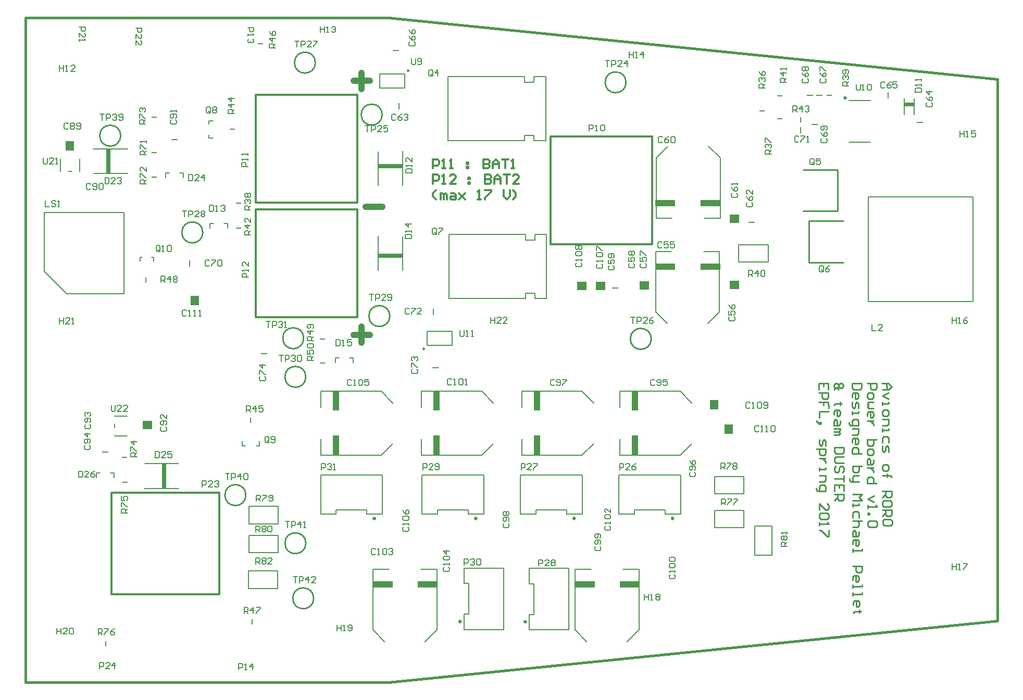
<source format=gto>
G04 Layer_Color=65535*
%FSLAX44Y44*%
%MOMM*%
G71*
G01*
G75*
%ADD36C,0.3000*%
%ADD37C,0.2540*%
%ADD38C,0.4000*%
%ADD41C,1.0000*%
%ADD57C,0.2500*%
%ADD58C,0.2000*%
%ADD59C,0.1270*%
%ADD60C,0.1524*%
%ADD61R,1.4000X1.6000*%
%ADD62R,1.6000X1.4000*%
%ADD63R,1.0000X0.2500*%
%ADD64R,1.1000X3.2000*%
%ADD65R,3.2000X1.1000*%
%ADD66R,0.2500X1.0000*%
%ADD67R,0.7250X4.0000*%
%ADD68R,4.0000X0.7250*%
%ADD69R,0.8636X0.2250*%
%ADD70R,0.2250X0.8636*%
D36*
X1543600Y1209850D02*
G03*
X1543600Y1209850I-1500J0D01*
G01*
X1063000Y1147000D02*
X1228000D01*
Y972000D02*
Y1147000D01*
X1063000Y972000D02*
X1228000D01*
X1063000D02*
Y1147000D01*
X584500Y1214500D02*
X749500D01*
Y1039500D02*
Y1214500D01*
X584500Y1039500D02*
X749500D01*
X584500D02*
Y1214500D01*
Y853500D02*
X749500D01*
X584500D02*
Y1028500D01*
X749500D01*
Y853500D02*
Y1028500D01*
X525000Y403000D02*
Y568000D01*
X350000Y403000D02*
X525000D01*
X350000D02*
Y568000D01*
X525000D01*
X872000Y1094975D02*
Y1109970D01*
X879498D01*
X881997Y1107471D01*
Y1102473D01*
X879498Y1099974D01*
X872000D01*
X886995Y1094975D02*
X891993D01*
X889494D01*
Y1109970D01*
X886995Y1107471D01*
X899491Y1094975D02*
X904490D01*
X901990D01*
Y1109970D01*
X899491Y1107471D01*
X926982Y1104972D02*
X929481D01*
Y1102473D01*
X926982D01*
Y1104972D01*
Y1097474D02*
X929481D01*
Y1094975D01*
X926982D01*
Y1097474D01*
X954473Y1109970D02*
Y1094975D01*
X961971D01*
X964470Y1097474D01*
Y1099974D01*
X961971Y1102473D01*
X954473D01*
X961971D01*
X964470Y1104972D01*
Y1107471D01*
X961971Y1109970D01*
X954473D01*
X969468Y1094975D02*
Y1104972D01*
X974467Y1109970D01*
X979465Y1104972D01*
Y1094975D01*
Y1102473D01*
X969468D01*
X984464Y1109970D02*
X994460D01*
X989462D01*
Y1094975D01*
X999459D02*
X1004457D01*
X1001958D01*
Y1109970D01*
X999459Y1107471D01*
X872000Y1069781D02*
Y1084776D01*
X879498D01*
X881997Y1082277D01*
Y1077279D01*
X879498Y1074779D01*
X872000D01*
X886995Y1069781D02*
X891993D01*
X889494D01*
Y1084776D01*
X886995Y1082277D01*
X909488Y1069781D02*
X899491D01*
X909488Y1079778D01*
Y1082277D01*
X906989Y1084776D01*
X901990D01*
X899491Y1082277D01*
X929481Y1079778D02*
X931981D01*
Y1077279D01*
X929481D01*
Y1079778D01*
Y1072280D02*
X931981D01*
Y1069781D01*
X929481D01*
Y1072280D01*
X956973Y1084776D02*
Y1069781D01*
X964470D01*
X966969Y1072280D01*
Y1074779D01*
X964470Y1077279D01*
X956973D01*
X964470D01*
X966969Y1079778D01*
Y1082277D01*
X964470Y1084776D01*
X956973D01*
X971968Y1069781D02*
Y1079778D01*
X976966Y1084776D01*
X981964Y1079778D01*
Y1069781D01*
Y1077279D01*
X971968D01*
X986963Y1084776D02*
X996960D01*
X991961D01*
Y1069781D01*
X1011955D02*
X1001958D01*
X1011955Y1079778D01*
Y1082277D01*
X1009455Y1084776D01*
X1004457D01*
X1001958Y1082277D01*
X876998Y1044587D02*
X872000Y1049585D01*
Y1054584D01*
X876998Y1059582D01*
X884496Y1044587D02*
Y1054584D01*
X886995D01*
X889494Y1052084D01*
Y1044587D01*
Y1052084D01*
X891993Y1054584D01*
X894493Y1052084D01*
Y1044587D01*
X901990Y1054584D02*
X906989D01*
X909488Y1052084D01*
Y1044587D01*
X901990D01*
X899491Y1047086D01*
X901990Y1049585D01*
X909488D01*
X914486Y1054584D02*
X924483Y1044587D01*
X919485Y1049585D01*
X924483Y1054584D01*
X914486Y1044587D01*
X944476D02*
X949475D01*
X946976D01*
Y1059582D01*
X944476Y1057083D01*
X956973Y1059582D02*
X966969D01*
Y1057083D01*
X956973Y1047086D01*
Y1044587D01*
X986963Y1059582D02*
Y1049585D01*
X991961Y1044587D01*
X996960Y1049585D01*
Y1059582D01*
X1001958Y1044587D02*
X1006956Y1049585D01*
Y1054584D01*
X1001958Y1059582D01*
D37*
X665500Y756250D02*
G03*
X665500Y756250I-17000J0D01*
G01*
X662000Y819000D02*
G03*
X662000Y819000I-17000J0D01*
G01*
X498000Y991000D02*
G03*
X498000Y991000I-17000J0D01*
G01*
X568000Y564000D02*
G03*
X568000Y564000I-17000J0D01*
G01*
X665500Y485750D02*
G03*
X665500Y485750I-17000J0D01*
G01*
X1186000Y1235000D02*
G03*
X1186000Y1235000I-17000J0D01*
G01*
X789500Y1182500D02*
G03*
X789500Y1182500I-17000J0D01*
G01*
X1227000Y818000D02*
G03*
X1227000Y818000I-17000J0D01*
G01*
X681000Y1267000D02*
G03*
X681000Y1267000I-17000J0D01*
G01*
X802000Y855000D02*
G03*
X802000Y855000I-17000J0D01*
G01*
X364500Y1148250D02*
G03*
X364500Y1148250I-17000J0D01*
G01*
X678250Y396250D02*
G03*
X678250Y396250I-17000J0D01*
G01*
X1483000Y942250D02*
Y1009750D01*
X1539250D01*
X1483000Y942250D02*
X1538750D01*
X1530000Y1025610D02*
Y1093110D01*
X1473750Y1025610D02*
X1530000D01*
X1474250Y1093110D02*
X1530000D01*
X1602218Y745885D02*
X1612375Y745924D01*
X1617473Y740866D01*
X1612414Y735768D01*
X1602257Y735729D01*
X1609875Y735758D01*
X1609836Y745915D01*
X1612433Y730689D02*
X1602296Y725572D01*
X1612473Y720533D01*
X1602336Y715415D02*
X1602355Y710337D01*
X1602345Y712876D01*
X1612502Y712915D01*
X1612492Y715454D01*
X1602394Y700180D02*
X1602414Y695102D01*
X1604963Y692573D01*
X1610041Y692592D01*
X1612570Y695141D01*
X1612551Y700219D01*
X1610002Y702749D01*
X1604924Y702729D01*
X1602394Y700180D01*
X1602443Y687485D02*
X1612600Y687524D01*
X1612629Y679906D01*
X1610100Y677357D01*
X1602482Y677328D01*
X1602502Y672250D02*
X1602522Y667171D01*
X1602512Y669710D01*
X1612668Y669750D01*
X1612659Y672289D01*
X1612747Y649436D02*
X1612717Y657054D01*
X1610168Y659583D01*
X1605090Y659564D01*
X1602561Y657014D01*
X1602590Y649397D01*
X1602610Y644319D02*
X1602639Y636701D01*
X1605188Y634172D01*
X1607717Y636721D01*
X1607698Y641799D01*
X1610227Y644348D01*
X1612776Y641819D01*
X1612806Y634201D01*
X1602737Y611310D02*
X1602757Y606231D01*
X1605306Y603702D01*
X1610384Y603722D01*
X1612913Y606270D01*
X1612894Y611349D01*
X1610345Y613878D01*
X1605267Y613859D01*
X1602737Y611310D01*
X1602796Y596075D02*
X1615492Y596124D01*
X1610413Y596104D01*
X1610403Y598643D01*
X1610423Y593565D01*
X1610413Y596104D01*
X1615492Y596124D01*
X1618041Y593594D01*
X1602894Y570683D02*
X1618129Y570742D01*
X1618158Y563124D01*
X1615629Y560575D01*
X1610550Y560556D01*
X1608002Y563085D01*
X1607972Y570703D01*
X1607992Y565624D02*
X1602933Y560527D01*
X1618217Y547890D02*
X1618197Y552968D01*
X1615648Y555497D01*
X1605492Y555458D01*
X1602962Y552909D01*
X1602982Y547831D01*
X1605531Y545301D01*
X1615688Y545340D01*
X1618217Y547890D01*
X1603011Y540213D02*
X1618246Y540272D01*
X1618276Y532654D01*
X1615746Y530106D01*
X1610668Y530086D01*
X1608119Y532615D01*
X1608090Y540233D01*
X1608109Y535154D02*
X1603051Y530056D01*
X1618334Y517420D02*
X1618315Y522498D01*
X1615766Y525027D01*
X1605609Y524988D01*
X1603080Y522439D01*
X1603100Y517361D01*
X1605648Y514831D01*
X1615805Y514871D01*
X1618334Y517420D01*
X1577840Y745791D02*
X1593075Y745850D01*
X1593104Y738232D01*
X1590575Y735683D01*
X1585497Y735664D01*
X1582948Y738193D01*
X1582918Y745811D01*
X1577909Y728017D02*
X1577928Y722939D01*
X1580477Y720409D01*
X1585556Y720429D01*
X1588085Y722978D01*
X1588065Y728056D01*
X1585516Y730585D01*
X1580438Y730566D01*
X1577909Y728017D01*
X1588114Y715360D02*
X1580497Y715331D01*
X1577967Y712782D01*
X1580516Y710253D01*
X1577987Y707704D01*
X1580536Y705174D01*
X1588154Y705204D01*
X1578046Y692469D02*
X1578026Y697547D01*
X1580556Y700096D01*
X1585634Y700116D01*
X1588183Y697586D01*
X1588202Y692508D01*
X1585673Y689959D01*
X1583134Y689949D01*
X1583095Y700106D01*
X1588232Y684890D02*
X1578075Y684851D01*
X1583154Y684871D01*
X1585702Y682342D01*
X1588251Y679812D01*
X1588261Y677273D01*
X1593428Y654440D02*
X1578193Y654381D01*
X1578222Y646764D01*
X1580771Y644234D01*
X1583310Y644244D01*
X1585849Y644254D01*
X1588379Y646803D01*
X1588349Y654420D01*
X1578261Y636607D02*
X1578281Y631529D01*
X1580830Y628999D01*
X1585908Y629019D01*
X1588438Y631568D01*
X1588418Y636646D01*
X1585869Y639176D01*
X1580791Y639156D01*
X1578261Y636607D01*
X1588477Y621411D02*
X1588496Y616333D01*
X1585967Y613784D01*
X1578349Y613755D01*
X1578320Y621372D01*
X1580849Y623921D01*
X1583398Y621392D01*
X1583428Y613774D01*
X1588526Y608716D02*
X1578369Y608676D01*
X1583447Y608696D01*
X1585996Y606167D01*
X1588545Y603637D01*
X1588555Y601098D01*
X1593702Y583344D02*
X1578467Y583285D01*
X1578438Y590902D01*
X1580967Y593451D01*
X1586045Y593471D01*
X1588594Y590942D01*
X1588624Y583324D01*
X1588702Y563011D02*
X1578565Y557893D01*
X1588741Y552854D01*
X1578604Y547737D02*
X1578624Y542658D01*
X1578614Y545197D01*
X1593849Y545256D01*
X1591300Y547786D01*
X1578653Y535041D02*
X1581192Y535051D01*
X1581202Y532511D01*
X1578663Y532502D01*
X1578653Y535041D01*
X1591398Y522394D02*
X1593947Y519865D01*
X1593966Y514786D01*
X1591437Y512237D01*
X1581280Y512198D01*
X1578731Y514728D01*
X1578712Y519806D01*
X1581241Y522355D01*
X1591398Y522394D01*
X1568697Y745756D02*
X1553462Y745697D01*
X1553492Y738080D01*
X1556041Y735550D01*
X1566197Y735589D01*
X1568727Y738138D01*
X1568697Y745756D01*
X1553550Y722845D02*
X1553531Y727923D01*
X1556060Y730472D01*
X1561138Y730491D01*
X1563687Y727962D01*
X1563707Y722884D01*
X1561178Y720335D01*
X1558638Y720325D01*
X1558599Y730482D01*
X1553580Y715227D02*
X1553609Y707610D01*
X1556158Y705080D01*
X1558687Y707629D01*
X1558668Y712708D01*
X1561197Y715257D01*
X1563746Y712727D01*
X1563776Y705110D01*
X1553638Y699992D02*
X1553658Y694914D01*
X1553648Y697453D01*
X1563805Y697492D01*
X1563795Y700031D01*
X1548629Y682198D02*
X1548638Y679659D01*
X1551187Y677130D01*
X1563883Y677179D01*
X1563854Y684796D01*
X1561305Y687326D01*
X1556227Y687306D01*
X1553697Y684757D01*
X1553727Y677140D01*
X1553746Y672061D02*
X1563903Y672101D01*
X1563932Y664483D01*
X1561403Y661934D01*
X1553785Y661905D01*
X1553834Y649209D02*
X1553815Y654287D01*
X1556344Y656836D01*
X1561422Y656856D01*
X1563971Y654326D01*
X1563991Y649248D01*
X1561462Y646699D01*
X1558922Y646689D01*
X1558883Y656846D01*
X1569138Y631494D02*
X1553903Y631435D01*
X1553873Y639052D01*
X1556403Y641601D01*
X1561481Y641621D01*
X1564030Y639091D01*
X1564060Y631474D01*
X1569216Y611180D02*
X1553981Y611122D01*
X1554011Y603504D01*
X1556560Y600975D01*
X1559099Y600984D01*
X1561638Y600994D01*
X1564167Y603543D01*
X1564138Y611161D01*
X1564197Y595926D02*
X1556579Y595896D01*
X1554050Y593348D01*
X1554079Y585730D01*
X1551540Y585720D01*
X1548991Y588250D01*
X1548981Y590789D01*
X1554079Y585730D02*
X1564236Y585769D01*
X1554158Y565417D02*
X1569393Y565476D01*
X1564334Y560378D01*
X1569432Y555319D01*
X1554197Y555260D01*
X1554216Y550182D02*
X1554236Y545103D01*
X1554226Y547643D01*
X1564383Y547682D01*
X1564373Y550221D01*
X1564461Y527369D02*
X1564432Y534986D01*
X1561883Y537515D01*
X1556805Y537496D01*
X1554275Y534947D01*
X1554305Y527329D01*
X1569559Y522310D02*
X1554324Y522251D01*
X1561942Y522280D01*
X1564491Y519751D01*
X1564510Y514673D01*
X1561981Y512124D01*
X1554363Y512094D01*
X1564549Y504516D02*
X1564569Y499438D01*
X1562039Y496889D01*
X1554422Y496859D01*
X1554393Y504477D01*
X1556922Y507026D01*
X1559471Y504496D01*
X1559500Y496879D01*
X1554471Y484164D02*
X1554451Y489242D01*
X1556981Y491791D01*
X1562059Y491810D01*
X1564608Y489281D01*
X1564628Y484203D01*
X1562098Y481654D01*
X1559559Y481644D01*
X1559520Y491801D01*
X1554500Y476546D02*
X1554520Y471468D01*
X1554510Y474007D01*
X1569745Y474066D01*
X1569735Y476605D01*
X1554608Y448615D02*
X1569843Y448674D01*
X1569872Y441057D01*
X1567343Y438508D01*
X1562265Y438488D01*
X1559716Y441017D01*
X1559686Y448635D01*
X1554696Y425763D02*
X1554677Y430841D01*
X1557206Y433390D01*
X1562284Y433410D01*
X1564833Y430880D01*
X1564853Y425802D01*
X1562324Y423253D01*
X1559784Y423243D01*
X1559745Y433400D01*
X1554726Y418145D02*
X1554745Y413067D01*
X1554736Y415606D01*
X1569970Y415665D01*
X1569961Y418204D01*
X1554775Y405450D02*
X1554794Y400371D01*
X1554784Y402910D01*
X1570019Y402969D01*
X1570010Y405508D01*
X1554853Y385136D02*
X1554833Y390215D01*
X1557363Y392764D01*
X1562441Y392783D01*
X1564990Y390254D01*
X1565010Y385176D01*
X1562480Y382627D01*
X1559941Y382617D01*
X1559902Y392774D01*
X1567588Y375029D02*
X1565049Y375019D01*
X1565039Y377558D01*
X1565059Y372480D01*
X1565049Y375019D01*
X1557431Y374990D01*
X1554902Y372441D01*
X1524045Y735427D02*
X1526575Y737976D01*
X1524026Y740505D01*
X1524016Y743044D01*
X1526545Y745593D01*
X1529084Y745603D01*
X1531633Y743074D01*
X1534163Y745623D01*
X1536702Y745632D01*
X1539251Y743103D01*
X1539261Y740564D01*
X1536731Y738015D01*
X1534192Y738005D01*
X1531643Y740535D01*
X1529114Y737986D01*
X1526575Y737976D01*
X1531663Y735456D02*
X1529114Y737986D01*
X1531633Y743074D02*
X1531643Y740535D01*
X1536829Y712623D02*
X1534290Y712614D01*
X1534280Y715153D01*
X1534300Y710074D01*
X1534290Y712614D01*
X1526673Y712584D01*
X1524143Y710035D01*
X1524202Y694800D02*
X1524182Y699879D01*
X1526712Y702428D01*
X1531790Y702447D01*
X1534339Y699918D01*
X1534359Y694839D01*
X1531829Y692290D01*
X1529290Y692281D01*
X1529251Y702437D01*
X1534398Y684683D02*
X1534417Y679604D01*
X1531888Y677056D01*
X1524270Y677026D01*
X1524241Y684644D01*
X1526770Y687193D01*
X1529319Y684663D01*
X1529349Y677046D01*
X1524290Y671948D02*
X1534447Y671987D01*
X1534456Y669448D01*
X1531927Y666899D01*
X1524310Y666870D01*
X1531927Y666899D01*
X1534476Y664370D01*
X1531947Y661821D01*
X1524329Y661791D01*
X1539642Y641537D02*
X1524408Y641478D01*
X1524437Y633860D01*
X1526986Y631331D01*
X1537142Y631370D01*
X1539672Y633919D01*
X1539642Y641537D01*
X1539701Y626302D02*
X1527005Y626253D01*
X1524476Y623704D01*
X1524496Y618625D01*
X1527045Y616096D01*
X1539740Y616145D01*
X1537260Y600900D02*
X1539789Y603449D01*
X1539770Y608528D01*
X1537221Y611057D01*
X1534682Y611047D01*
X1532152Y608498D01*
X1532172Y603420D01*
X1529643Y600871D01*
X1527103Y600861D01*
X1524554Y603391D01*
X1524535Y608469D01*
X1527064Y611018D01*
X1539819Y595832D02*
X1539858Y585675D01*
X1539838Y590754D01*
X1524603Y590695D01*
X1539917Y570440D02*
X1539878Y580597D01*
X1524643Y580538D01*
X1524682Y570381D01*
X1532260Y580567D02*
X1532280Y575489D01*
X1524701Y565303D02*
X1539936Y565362D01*
X1539966Y557744D01*
X1537436Y555195D01*
X1532358Y555176D01*
X1529809Y557705D01*
X1529780Y565323D01*
X1529799Y560244D02*
X1524740Y555146D01*
X1514902Y735391D02*
X1514863Y745548D01*
X1499628Y745489D01*
X1499667Y735333D01*
X1507246Y745519D02*
X1507265Y740441D01*
X1499687Y730254D02*
X1514922Y730313D01*
X1514951Y722696D01*
X1512422Y720147D01*
X1507343Y720127D01*
X1504794Y722657D01*
X1504765Y730274D01*
X1515020Y704922D02*
X1514981Y715078D01*
X1507363Y715049D01*
X1507383Y709971D01*
X1507363Y715049D01*
X1499746Y715020D01*
X1515039Y699843D02*
X1499804Y699784D01*
X1499843Y689628D01*
X1497334Y682001D02*
X1499883Y679471D01*
X1502422Y679481D01*
X1502412Y682020D01*
X1499873Y682010D01*
X1499883Y679471D01*
X1497334Y682001D01*
X1494785Y684530D01*
X1499981Y654080D02*
X1500010Y646462D01*
X1502559Y643933D01*
X1505088Y646482D01*
X1505069Y651560D01*
X1507598Y654109D01*
X1510147Y651580D01*
X1510177Y643962D01*
X1494961Y638825D02*
X1510196Y638884D01*
X1510226Y631266D01*
X1507696Y628717D01*
X1502618Y628698D01*
X1500069Y631227D01*
X1500039Y638845D01*
X1510255Y623649D02*
X1500098Y623610D01*
X1505177Y623629D01*
X1507726Y621100D01*
X1510274Y618571D01*
X1510284Y616031D01*
X1500157Y608375D02*
X1500177Y603297D01*
X1500167Y605836D01*
X1510323Y605875D01*
X1510314Y608414D01*
X1500206Y595679D02*
X1510363Y595718D01*
X1510392Y588101D01*
X1507863Y585552D01*
X1500245Y585522D01*
X1495206Y575346D02*
X1495216Y572807D01*
X1497765Y570278D01*
X1510461Y570327D01*
X1510431Y577944D01*
X1507882Y580473D01*
X1502804Y580454D01*
X1500275Y577905D01*
X1500304Y570287D01*
X1500421Y539818D02*
X1500382Y549974D01*
X1510578Y539857D01*
X1513117Y539866D01*
X1515647Y542415D01*
X1515627Y547494D01*
X1513078Y550023D01*
X1513137Y534788D02*
X1515686Y532259D01*
X1515705Y527180D01*
X1513176Y524632D01*
X1503019Y524592D01*
X1500470Y527122D01*
X1500451Y532200D01*
X1502980Y534749D01*
X1513137Y534788D01*
X1500500Y519504D02*
X1500519Y514426D01*
X1500510Y516965D01*
X1515744Y517024D01*
X1513196Y519553D01*
X1515784Y506867D02*
X1515823Y496711D01*
X1513284Y496701D01*
X1503088Y506818D01*
X1500549Y506808D01*
D38*
X1262600Y526000D02*
G03*
X1262600Y526000I-1000J0D01*
G01*
X1102600D02*
G03*
X1102600Y526000I-1000J0D01*
G01*
X942600D02*
G03*
X942600Y526000I-1000J0D01*
G01*
X777600D02*
G03*
X777600Y526000I-1000J0D01*
G01*
X1023000Y358000D02*
G03*
X1023000Y358000I-1000J0D01*
G01*
X917000Y358400D02*
G03*
X917000Y358400I-1000J0D01*
G01*
X1790000Y360000D02*
Y1240000D01*
X800000Y1340000D02*
X1790000Y1240000D01*
X210000Y1340000D02*
X800000D01*
Y260000D02*
X1790000Y360000D01*
X210000Y260000D02*
X800000D01*
X210000D02*
Y1340000D01*
D41*
X763000Y1032993D02*
X789658D01*
X743000Y824829D02*
X769658D01*
X756329Y838158D02*
Y811500D01*
X743000Y1237329D02*
X769658D01*
X756329Y1250658D02*
Y1224000D01*
D57*
X833000Y1254000D02*
G03*
X833000Y1254000I-1250J0D01*
G01*
X858250Y801750D02*
G03*
X858250Y801750I-1250J0D01*
G01*
D58*
X1174600Y597000D02*
X1274600D01*
X1174600Y533000D02*
Y597000D01*
Y533000D02*
X1199600D01*
Y540000D01*
X1249600D01*
Y533000D02*
Y540000D01*
Y533000D02*
X1274600D01*
Y597000D01*
X1014600D02*
X1114600D01*
X1014600Y533000D02*
Y597000D01*
Y533000D02*
X1039600D01*
Y540000D01*
X1089600D01*
Y533000D02*
Y540000D01*
Y533000D02*
X1114600D01*
Y597000D01*
X854600D02*
X954600D01*
X854600Y533000D02*
Y597000D01*
Y533000D02*
X879600D01*
Y540000D01*
X929600D01*
Y533000D02*
Y540000D01*
Y533000D02*
X954600D01*
Y597000D01*
X689600D02*
X789600D01*
X689600Y533000D02*
Y597000D01*
Y533000D02*
X714600D01*
Y540000D01*
X764600D01*
Y533000D02*
Y540000D01*
Y533000D02*
X789600D01*
Y597000D01*
X1093000Y345000D02*
Y445000D01*
X1029000D02*
X1093000D01*
X1029000Y420000D02*
Y445000D01*
Y420000D02*
X1036000D01*
Y370000D02*
Y420000D01*
X1029000Y370000D02*
X1036000D01*
X1029000Y345000D02*
Y370000D01*
Y345000D02*
X1093000D01*
X987000Y345400D02*
Y445400D01*
X923000D02*
X987000D01*
X923000Y420400D02*
Y445400D01*
Y420400D02*
X930000D01*
Y370400D02*
Y420400D01*
X923000Y370400D02*
X930000D01*
X923000Y345400D02*
Y370400D01*
Y345400D02*
X987000D01*
X1176000Y732750D02*
X1274000D01*
X1293000Y713750D01*
X1274000Y628750D02*
X1293000Y647750D01*
X1176000Y628750D02*
X1274000D01*
X1176000Y706750D02*
Y732750D01*
Y628750D02*
Y654750D01*
X1016500Y732750D02*
X1114500D01*
X1133500Y713750D01*
X1114500Y628750D02*
X1133500Y647750D01*
X1016500Y628750D02*
X1114500D01*
X1016500Y706750D02*
Y732750D01*
Y628750D02*
Y654750D01*
X853500Y732750D02*
X951500D01*
X970500Y713750D01*
X951500Y628750D02*
X970500Y647750D01*
X853500Y628750D02*
X951500D01*
X853500Y706750D02*
Y732750D01*
Y628750D02*
Y654750D01*
X689750Y732750D02*
X787750D01*
X806750Y713750D01*
X787750Y628750D02*
X806750Y647750D01*
X689750Y628750D02*
X787750D01*
X689750Y706750D02*
Y732750D01*
Y628750D02*
Y654750D01*
X1207000Y345000D02*
Y443000D01*
X1188000Y326000D02*
X1207000Y345000D01*
X1103000D02*
X1122000Y326000D01*
X1103000Y345000D02*
Y443000D01*
X1181000D02*
X1207000D01*
X1103000D02*
X1129000D01*
X878500Y345000D02*
Y443000D01*
X859500Y326000D02*
X878500Y345000D01*
X774500D02*
X793500Y326000D01*
X774500Y345000D02*
Y443000D01*
X852500D02*
X878500D01*
X774500D02*
X800500D01*
X1338000Y862000D02*
Y960000D01*
X1319000Y843000D02*
X1338000Y862000D01*
X1234000D02*
X1253000Y843000D01*
X1234000Y862000D02*
Y960000D01*
X1312000D02*
X1338000D01*
X1234000D02*
X1260000D01*
X1235000Y1014000D02*
Y1112000D01*
X1254000Y1131000D01*
X1320000D02*
X1339000Y1112000D01*
Y1014000D02*
Y1112000D01*
X1235000Y1014000D02*
X1261000D01*
X1313000D02*
X1339000D01*
X1638130Y1182538D02*
Y1209210D01*
X1653874Y1182538D02*
Y1209210D01*
X1638130Y1201210D02*
X1653874D01*
X1638130Y1200210D02*
X1653874D01*
X1638130Y1199210D02*
X1653874D01*
X1638130Y1198210D02*
X1653874D01*
X1638130Y1197210D02*
X1653874D01*
X1580000Y879000D02*
X1750000D01*
Y1049000D01*
X1580000Y879000D02*
Y1049000D01*
X1750000D01*
X240000Y1023000D02*
X370000D01*
X240000Y928000D02*
Y1023000D01*
Y928000D02*
X277000Y891000D01*
X370000D01*
Y1023000D01*
X418000Y945000D02*
Y950500D01*
X396000Y945000D02*
Y950500D01*
X399500D01*
X414500D02*
X418000D01*
X1548500Y1137650D02*
X1583500D01*
X1548500Y1205650D02*
X1583500D01*
X785250Y1248500D02*
X826250D01*
X785250Y1225500D02*
X826250D01*
Y1248500D01*
X785250Y1225500D02*
Y1248500D01*
X862500Y807250D02*
X903500D01*
X862500Y830250D02*
X903500D01*
X862500Y807250D02*
Y830250D01*
X903500Y807250D02*
Y830250D01*
X1126000Y1156000D02*
Y1165997D01*
X1130998D01*
X1132664Y1164331D01*
Y1160998D01*
X1130998Y1159332D01*
X1126000D01*
X1135997Y1156000D02*
X1139329D01*
X1137663D01*
Y1165997D01*
X1135997Y1164331D01*
X1144327D02*
X1145994Y1165997D01*
X1149326D01*
X1150992Y1164331D01*
Y1157666D01*
X1149326Y1156000D01*
X1145994D01*
X1144327Y1157666D01*
Y1164331D01*
X622000Y790997D02*
X628665D01*
X625332D01*
Y781000D01*
X631997D02*
Y790997D01*
X636995D01*
X638661Y789331D01*
Y785998D01*
X636995Y784332D01*
X631997D01*
X641994Y789331D02*
X643660Y790997D01*
X646992D01*
X648658Y789331D01*
Y787664D01*
X646992Y785998D01*
X645326D01*
X646992D01*
X648658Y784332D01*
Y782666D01*
X646992Y781000D01*
X643660D01*
X641994Y782666D01*
X651990Y789331D02*
X653656Y790997D01*
X656989D01*
X658655Y789331D01*
Y782666D01*
X656989Y781000D01*
X653656D01*
X651990Y782666D01*
Y789331D01*
X601000Y845997D02*
X607664D01*
X604332D01*
Y836000D01*
X610997D02*
Y845997D01*
X615995D01*
X617661Y844331D01*
Y840998D01*
X615995Y839332D01*
X610997D01*
X620994Y844331D02*
X622660Y845997D01*
X625992D01*
X627658Y844331D01*
Y842664D01*
X625992Y840998D01*
X624326D01*
X625992D01*
X627658Y839332D01*
Y837666D01*
X625992Y836000D01*
X622660D01*
X620994Y837666D01*
X630990Y836000D02*
X634323D01*
X632657D01*
Y845997D01*
X630990Y844331D01*
X464820Y1026251D02*
X471484D01*
X468152D01*
Y1016254D01*
X474817D02*
Y1026251D01*
X479815D01*
X481481Y1024585D01*
Y1021252D01*
X479815Y1019586D01*
X474817D01*
X491478Y1016254D02*
X484814D01*
X491478Y1022918D01*
Y1024585D01*
X489812Y1026251D01*
X486480D01*
X484814Y1024585D01*
X494810D02*
X496477Y1026251D01*
X499809D01*
X501475Y1024585D01*
Y1022918D01*
X499809Y1021252D01*
X501475Y1019586D01*
Y1017920D01*
X499809Y1016254D01*
X496477D01*
X494810Y1017920D01*
Y1019586D01*
X496477Y1021252D01*
X494810Y1022918D01*
Y1024585D01*
X496477Y1021252D02*
X499809D01*
X571000Y1324000D02*
X580997D01*
Y1319002D01*
X579331Y1317336D01*
X575998D01*
X574332Y1319002D01*
Y1324000D01*
X571000Y1314003D02*
Y1310671D01*
Y1312337D01*
X580997D01*
X579331Y1314003D01*
Y1305673D02*
X580997Y1304006D01*
Y1300674D01*
X579331Y1299008D01*
X577664D01*
X575998Y1300674D01*
Y1302340D01*
Y1300674D01*
X574332Y1299008D01*
X572666D01*
X571000Y1300674D01*
Y1304006D01*
X572666Y1305673D01*
X556000Y280000D02*
Y289997D01*
X560998D01*
X562664Y288331D01*
Y284998D01*
X560998Y283332D01*
X556000D01*
X565997Y280000D02*
X569329D01*
X567663D01*
Y289997D01*
X565997Y288331D01*
X579326Y280000D02*
Y289997D01*
X574327Y284998D01*
X580992D01*
X389000Y1323000D02*
X398997D01*
Y1318002D01*
X397331Y1316335D01*
X393998D01*
X392332Y1318002D01*
Y1323000D01*
X389000Y1306339D02*
Y1313003D01*
X395664Y1306339D01*
X397331D01*
X398997Y1308005D01*
Y1311337D01*
X397331Y1313003D01*
X389000Y1296342D02*
Y1303006D01*
X395664Y1296342D01*
X397331D01*
X398997Y1298008D01*
Y1301340D01*
X397331Y1303006D01*
X330000Y282000D02*
Y291997D01*
X334998D01*
X336665Y290331D01*
Y286998D01*
X334998Y285332D01*
X330000D01*
X346661Y282000D02*
X339997D01*
X346661Y288664D01*
Y290331D01*
X344995Y291997D01*
X341663D01*
X339997Y290331D01*
X354992Y282000D02*
Y291997D01*
X349994Y286998D01*
X356658D01*
X1175512Y605028D02*
Y615025D01*
X1180510D01*
X1182177Y613359D01*
Y610026D01*
X1180510Y608360D01*
X1175512D01*
X1192173Y605028D02*
X1185509D01*
X1192173Y611693D01*
Y613359D01*
X1190507Y615025D01*
X1187175D01*
X1185509Y613359D01*
X1202170Y615025D02*
X1198838Y613359D01*
X1195506Y610026D01*
Y606694D01*
X1197172Y605028D01*
X1200504D01*
X1202170Y606694D01*
Y608360D01*
X1200504Y610026D01*
X1195506D01*
X1015492Y605028D02*
Y615025D01*
X1020490D01*
X1022157Y613359D01*
Y610026D01*
X1020490Y608360D01*
X1015492D01*
X1032153Y605028D02*
X1025489D01*
X1032153Y611693D01*
Y613359D01*
X1030487Y615025D01*
X1027155D01*
X1025489Y613359D01*
X1035486Y615025D02*
X1042150D01*
Y613359D01*
X1035486Y606694D01*
Y605028D01*
X855726D02*
Y615025D01*
X860724D01*
X862391Y613359D01*
Y610026D01*
X860724Y608360D01*
X855726D01*
X872387Y605028D02*
X865723D01*
X872387Y611693D01*
Y613359D01*
X870721Y615025D01*
X867389D01*
X865723Y613359D01*
X875720Y606694D02*
X877386Y605028D01*
X880718D01*
X882384Y606694D01*
Y613359D01*
X880718Y615025D01*
X877386D01*
X875720Y613359D01*
Y611693D01*
X877386Y610026D01*
X882384D01*
X690626Y605028D02*
Y615025D01*
X695624D01*
X697290Y613359D01*
Y610026D01*
X695624Y608360D01*
X690626D01*
X700623Y613359D02*
X702289Y615025D01*
X705621D01*
X707287Y613359D01*
Y611693D01*
X705621Y610026D01*
X703955D01*
X705621D01*
X707287Y608360D01*
Y606694D01*
X705621Y605028D01*
X702289D01*
X700623Y606694D01*
X710620Y605028D02*
X713952D01*
X712286D01*
Y615025D01*
X710620Y613359D01*
X1044000Y449000D02*
Y458997D01*
X1048998D01*
X1050665Y457331D01*
Y453998D01*
X1048998Y452332D01*
X1044000D01*
X1060661Y449000D02*
X1053997D01*
X1060661Y455664D01*
Y457331D01*
X1058995Y458997D01*
X1055663D01*
X1053997Y457331D01*
X1063994D02*
X1065660Y458997D01*
X1068992D01*
X1070658Y457331D01*
Y455664D01*
X1068992Y453998D01*
X1070658Y452332D01*
Y450666D01*
X1068992Y449000D01*
X1065660D01*
X1063994Y450666D01*
Y452332D01*
X1065660Y453998D01*
X1063994Y455664D01*
Y457331D01*
X1065660Y453998D02*
X1068992D01*
X923000Y450000D02*
Y459997D01*
X927998D01*
X929665Y458331D01*
Y454998D01*
X927998Y453332D01*
X923000D01*
X932997Y458331D02*
X934663Y459997D01*
X937995D01*
X939661Y458331D01*
Y456665D01*
X937995Y454998D01*
X936329D01*
X937995D01*
X939661Y453332D01*
Y451666D01*
X937995Y450000D01*
X934663D01*
X932997Y451666D01*
X942994Y458331D02*
X944660Y459997D01*
X947992D01*
X949658Y458331D01*
Y451666D01*
X947992Y450000D01*
X944660D01*
X942994Y451666D01*
Y458331D01*
X471665Y863331D02*
X469998Y864997D01*
X466666D01*
X465000Y863331D01*
Y856666D01*
X466666Y855000D01*
X469998D01*
X471665Y856666D01*
X474997Y855000D02*
X478329D01*
X476663D01*
Y864997D01*
X474997Y863331D01*
X483327Y855000D02*
X486660D01*
X484994D01*
Y864997D01*
X483327Y863331D01*
X491658Y855000D02*
X494990D01*
X493324D01*
Y864997D01*
X491658Y863331D01*
X1401664Y675331D02*
X1399998Y676997D01*
X1396666D01*
X1395000Y675331D01*
Y668666D01*
X1396666Y667000D01*
X1399998D01*
X1401664Y668666D01*
X1404997Y667000D02*
X1408329D01*
X1406663D01*
Y676997D01*
X1404997Y675331D01*
X1413327Y667000D02*
X1416660D01*
X1414994D01*
Y676997D01*
X1413327Y675331D01*
X1421658D02*
X1423324Y676997D01*
X1426656D01*
X1428323Y675331D01*
Y668666D01*
X1426656Y667000D01*
X1423324D01*
X1421658Y668666D01*
Y675331D01*
X1387664Y713331D02*
X1385998Y714997D01*
X1382666D01*
X1381000Y713331D01*
Y706666D01*
X1382666Y705000D01*
X1385998D01*
X1387664Y706666D01*
X1390997Y705000D02*
X1394329D01*
X1392663D01*
Y714997D01*
X1390997Y713331D01*
X1399327D02*
X1400994Y714997D01*
X1404326D01*
X1405992Y713331D01*
Y706666D01*
X1404326Y705000D01*
X1400994D01*
X1399327Y706666D01*
Y713331D01*
X1409324Y706666D02*
X1410990Y705000D01*
X1414323D01*
X1415989Y706666D01*
Y713331D01*
X1414323Y714997D01*
X1410990D01*
X1409324Y713331D01*
Y711665D01*
X1410990Y709998D01*
X1415989D01*
X1105669Y941665D02*
X1104003Y939998D01*
Y936666D01*
X1105669Y935000D01*
X1112334D01*
X1114000Y936666D01*
Y939998D01*
X1112334Y941665D01*
X1114000Y944997D02*
Y948329D01*
Y946663D01*
X1104003D01*
X1105669Y944997D01*
Y953327D02*
X1104003Y954994D01*
Y958326D01*
X1105669Y959992D01*
X1112334D01*
X1114000Y958326D01*
Y954994D01*
X1112334Y953327D01*
X1105669D01*
Y963324D02*
X1104003Y964990D01*
Y968323D01*
X1105669Y969989D01*
X1107336D01*
X1109002Y968323D01*
X1110668Y969989D01*
X1112334D01*
X1114000Y968323D01*
Y964990D01*
X1112334Y963324D01*
X1110668D01*
X1109002Y964990D01*
X1107336Y963324D01*
X1105669D01*
X1109002Y964990D02*
Y968323D01*
X1139669Y939665D02*
X1138003Y937998D01*
Y934666D01*
X1139669Y933000D01*
X1146334D01*
X1148000Y934666D01*
Y937998D01*
X1146334Y939665D01*
X1148000Y942997D02*
Y946329D01*
Y944663D01*
X1138003D01*
X1139669Y942997D01*
Y951327D02*
X1138003Y952993D01*
Y956326D01*
X1139669Y957992D01*
X1146334D01*
X1148000Y956326D01*
Y952993D01*
X1146334Y951327D01*
X1139669D01*
X1138003Y961324D02*
Y967989D01*
X1139669D01*
X1146334Y961324D01*
X1148000D01*
X965962Y853023D02*
Y843026D01*
Y848024D01*
X972626D01*
Y853023D01*
Y843026D01*
X982623D02*
X975959D01*
X982623Y849690D01*
Y851357D01*
X980957Y853023D01*
X977625D01*
X975959Y851357D01*
X992620Y843026D02*
X985956D01*
X992620Y849690D01*
Y851357D01*
X990954Y853023D01*
X987622D01*
X985956Y851357D01*
X265000Y851997D02*
Y842000D01*
Y846998D01*
X271665D01*
Y851997D01*
Y842000D01*
X281661D02*
X274997D01*
X281661Y848664D01*
Y850331D01*
X279995Y851997D01*
X276663D01*
X274997Y850331D01*
X284994Y842000D02*
X288326D01*
X286660D01*
Y851997D01*
X284994Y850331D01*
X261000Y347997D02*
Y338000D01*
Y342998D01*
X267665D01*
Y347997D01*
Y338000D01*
X277661D02*
X270997D01*
X277661Y344664D01*
Y346331D01*
X275995Y347997D01*
X272663D01*
X270997Y346331D01*
X280994D02*
X282660Y347997D01*
X285992D01*
X287658Y346331D01*
Y339666D01*
X285992Y338000D01*
X282660D01*
X280994Y339666D01*
Y346331D01*
X716026Y353151D02*
Y343154D01*
Y348152D01*
X722691D01*
Y353151D01*
Y343154D01*
X726023D02*
X729355D01*
X727689D01*
Y353151D01*
X726023Y351485D01*
X734353Y344820D02*
X736020Y343154D01*
X739352D01*
X741018Y344820D01*
Y351485D01*
X739352Y353151D01*
X736020D01*
X734353Y351485D01*
Y349818D01*
X736020Y348152D01*
X741018D01*
X1215898Y403189D02*
Y393192D01*
Y398190D01*
X1222562D01*
Y403189D01*
Y393192D01*
X1225895D02*
X1229227D01*
X1227561D01*
Y403189D01*
X1225895Y401523D01*
X1234225D02*
X1235892Y403189D01*
X1239224D01*
X1240890Y401523D01*
Y399856D01*
X1239224Y398190D01*
X1240890Y396524D01*
Y394858D01*
X1239224Y393192D01*
X1235892D01*
X1234225Y394858D01*
Y396524D01*
X1235892Y398190D01*
X1234225Y399856D01*
Y401523D01*
X1235892Y398190D02*
X1239224D01*
X1716024Y452973D02*
Y442976D01*
Y447974D01*
X1722688D01*
Y452973D01*
Y442976D01*
X1726021D02*
X1729353D01*
X1727687D01*
Y452973D01*
X1726021Y451307D01*
X1734351Y452973D02*
X1741016D01*
Y451307D01*
X1734351Y444642D01*
Y442976D01*
X1716024Y853023D02*
Y843026D01*
Y848024D01*
X1722688D01*
Y853023D01*
Y843026D01*
X1726021D02*
X1729353D01*
X1727687D01*
Y853023D01*
X1726021Y851357D01*
X1741016Y853023D02*
X1737684Y851357D01*
X1734351Y848024D01*
Y844692D01*
X1736018Y843026D01*
X1739350D01*
X1741016Y844692D01*
Y846358D01*
X1739350Y848024D01*
X1734351D01*
X1729000Y1155997D02*
Y1146000D01*
Y1150998D01*
X1735665D01*
Y1155997D01*
Y1146000D01*
X1738997D02*
X1742329D01*
X1740663D01*
Y1155997D01*
X1738997Y1154331D01*
X1753992Y1155997D02*
X1747327D01*
Y1150998D01*
X1750660Y1152664D01*
X1752326D01*
X1753992Y1150998D01*
Y1147666D01*
X1752326Y1146000D01*
X1748994D01*
X1747327Y1147666D01*
X1191000Y1284997D02*
Y1275000D01*
Y1279998D01*
X1197664D01*
Y1284997D01*
Y1275000D01*
X1200997D02*
X1204329D01*
X1202663D01*
Y1284997D01*
X1200997Y1283331D01*
X1214326Y1275000D02*
Y1284997D01*
X1209327Y1279998D01*
X1215992D01*
X689000Y1325997D02*
Y1316000D01*
Y1320998D01*
X695665D01*
Y1325997D01*
Y1316000D01*
X698997D02*
X702329D01*
X700663D01*
Y1325997D01*
X698997Y1324331D01*
X707327D02*
X708994Y1325997D01*
X712326D01*
X713992Y1324331D01*
Y1322664D01*
X712326Y1320998D01*
X710660D01*
X712326D01*
X713992Y1319332D01*
Y1317666D01*
X712326Y1316000D01*
X708994D01*
X707327Y1317666D01*
X265000Y1262997D02*
Y1253000D01*
Y1257998D01*
X271665D01*
Y1262997D01*
Y1253000D01*
X274997D02*
X278329D01*
X276663D01*
Y1262997D01*
X274997Y1261331D01*
X289992Y1253000D02*
X283327D01*
X289992Y1259665D01*
Y1261331D01*
X288326Y1262997D01*
X284994D01*
X283327Y1261331D01*
X297000Y1325000D02*
X306997D01*
Y1320002D01*
X305331Y1318336D01*
X301998D01*
X300332Y1320002D01*
Y1325000D01*
X297000Y1308339D02*
Y1315003D01*
X303664Y1308339D01*
X305331D01*
X306997Y1310005D01*
Y1313337D01*
X305331Y1315003D01*
X297000Y1305006D02*
Y1301674D01*
Y1303340D01*
X306997D01*
X305331Y1305006D01*
X306919Y644914D02*
X305253Y643248D01*
Y639916D01*
X306919Y638250D01*
X313584D01*
X315250Y639916D01*
Y643248D01*
X313584Y644914D01*
Y648247D02*
X315250Y649913D01*
Y653245D01*
X313584Y654911D01*
X306919D01*
X305253Y653245D01*
Y649913D01*
X306919Y648247D01*
X308585D01*
X310252Y649913D01*
Y654911D01*
X315250Y663242D02*
X305253D01*
X310252Y658244D01*
Y664908D01*
X430669Y674665D02*
X429003Y672998D01*
Y669666D01*
X430669Y668000D01*
X437334D01*
X439000Y669666D01*
Y672998D01*
X437334Y674665D01*
Y677997D02*
X439000Y679663D01*
Y682995D01*
X437334Y684661D01*
X430669D01*
X429003Y682995D01*
Y679663D01*
X430669Y677997D01*
X432336D01*
X434002Y679663D01*
Y684661D01*
X439000Y694658D02*
Y687994D01*
X432336Y694658D01*
X430669D01*
X429003Y692992D01*
Y689660D01*
X430669Y687994D01*
X307669Y678664D02*
X306003Y676998D01*
Y673666D01*
X307669Y672000D01*
X314334D01*
X316000Y673666D01*
Y676998D01*
X314334Y678664D01*
Y681997D02*
X316000Y683663D01*
Y686995D01*
X314334Y688661D01*
X307669D01*
X306003Y686995D01*
Y683663D01*
X307669Y681997D01*
X309335D01*
X311002Y683663D01*
Y688661D01*
X307669Y691994D02*
X306003Y693660D01*
Y696992D01*
X307669Y698658D01*
X309335D01*
X311002Y696992D01*
Y695326D01*
Y696992D01*
X312668Y698658D01*
X314334D01*
X316000Y696992D01*
Y693660D01*
X314334Y691994D01*
X1232664Y750331D02*
X1230998Y751997D01*
X1227666D01*
X1226000Y750331D01*
Y743666D01*
X1227666Y742000D01*
X1230998D01*
X1232664Y743666D01*
X1235997D02*
X1237663Y742000D01*
X1240995D01*
X1242661Y743666D01*
Y750331D01*
X1240995Y751997D01*
X1237663D01*
X1235997Y750331D01*
Y748664D01*
X1237663Y746998D01*
X1242661D01*
X1252658Y751997D02*
X1245994D01*
Y746998D01*
X1249326Y748664D01*
X1250992D01*
X1252658Y746998D01*
Y743666D01*
X1250992Y742000D01*
X1247660D01*
X1245994Y743666D01*
X1290669Y600664D02*
X1289003Y598998D01*
Y595666D01*
X1290669Y594000D01*
X1297334D01*
X1299000Y595666D01*
Y598998D01*
X1297334Y600664D01*
Y603997D02*
X1299000Y605663D01*
Y608995D01*
X1297334Y610661D01*
X1290669D01*
X1289003Y608995D01*
Y605663D01*
X1290669Y603997D01*
X1292336D01*
X1294002Y605663D01*
Y610661D01*
X1289003Y620658D02*
X1290669Y617326D01*
X1294002Y613994D01*
X1297334D01*
X1299000Y615660D01*
Y618992D01*
X1297334Y620658D01*
X1295668D01*
X1294002Y618992D01*
Y613994D01*
X1069665Y750331D02*
X1067998Y751997D01*
X1064666D01*
X1063000Y750331D01*
Y743666D01*
X1064666Y742000D01*
X1067998D01*
X1069665Y743666D01*
X1072997D02*
X1074663Y742000D01*
X1077995D01*
X1079661Y743666D01*
Y750331D01*
X1077995Y751997D01*
X1074663D01*
X1072997Y750331D01*
Y748664D01*
X1074663Y746998D01*
X1079661D01*
X1082994Y751997D02*
X1089658D01*
Y750331D01*
X1082994Y743666D01*
Y742000D01*
X987669Y517664D02*
X986003Y515998D01*
Y512666D01*
X987669Y511000D01*
X994334D01*
X996000Y512666D01*
Y515998D01*
X994334Y517664D01*
Y520997D02*
X996000Y522663D01*
Y525995D01*
X994334Y527661D01*
X987669D01*
X986003Y525995D01*
Y522663D01*
X987669Y520997D01*
X989335D01*
X991002Y522663D01*
Y527661D01*
X987669Y530994D02*
X986003Y532660D01*
Y535992D01*
X987669Y537658D01*
X989335D01*
X991002Y535992D01*
X992668Y537658D01*
X994334D01*
X996000Y535992D01*
Y532660D01*
X994334Y530994D01*
X992668D01*
X991002Y532660D01*
X989335Y530994D01*
X987669D01*
X991002Y532660D02*
Y535992D01*
X902664Y751331D02*
X900998Y752997D01*
X897666D01*
X896000Y751331D01*
Y744666D01*
X897666Y743000D01*
X900998D01*
X902664Y744666D01*
X905997Y743000D02*
X909329D01*
X907663D01*
Y752997D01*
X905997Y751331D01*
X914327D02*
X915994Y752997D01*
X919326D01*
X920992Y751331D01*
Y744666D01*
X919326Y743000D01*
X915994D01*
X914327Y744666D01*
Y751331D01*
X924324Y743000D02*
X927656D01*
X925990D01*
Y752997D01*
X924324Y751331D01*
X1152669Y513665D02*
X1151003Y511998D01*
Y508666D01*
X1152669Y507000D01*
X1159334D01*
X1161000Y508666D01*
Y511998D01*
X1159334Y513665D01*
X1161000Y516997D02*
Y520329D01*
Y518663D01*
X1151003D01*
X1152669Y516997D01*
Y525327D02*
X1151003Y526994D01*
Y530326D01*
X1152669Y531992D01*
X1159334D01*
X1161000Y530326D01*
Y526994D01*
X1159334Y525327D01*
X1152669D01*
X1161000Y541989D02*
Y535324D01*
X1154335Y541989D01*
X1152669D01*
X1151003Y540323D01*
Y536990D01*
X1152669Y535324D01*
X739665Y750331D02*
X737998Y751997D01*
X734666D01*
X733000Y750331D01*
Y743666D01*
X734666Y742000D01*
X737998D01*
X739665Y743666D01*
X742997Y742000D02*
X746329D01*
X744663D01*
Y751997D01*
X742997Y750331D01*
X751327D02*
X752994Y751997D01*
X756326D01*
X757992Y750331D01*
Y743666D01*
X756326Y742000D01*
X752994D01*
X751327Y743666D01*
Y750331D01*
X767989Y751997D02*
X761324D01*
Y746998D01*
X764657Y748664D01*
X766323D01*
X767989Y746998D01*
Y743666D01*
X766323Y742000D01*
X762990D01*
X761324Y743666D01*
X824669Y511665D02*
X823003Y509998D01*
Y506666D01*
X824669Y505000D01*
X831334D01*
X833000Y506666D01*
Y509998D01*
X831334Y511665D01*
X833000Y514997D02*
Y518329D01*
Y516663D01*
X823003D01*
X824669Y514997D01*
Y523327D02*
X823003Y524994D01*
Y528326D01*
X824669Y529992D01*
X831334D01*
X833000Y528326D01*
Y524994D01*
X831334Y523327D01*
X824669D01*
X823003Y539989D02*
X824669Y536656D01*
X828002Y533324D01*
X831334D01*
X833000Y534990D01*
Y538323D01*
X831334Y539989D01*
X829668D01*
X828002Y538323D01*
Y533324D01*
X1136669Y480664D02*
X1135003Y478998D01*
Y475666D01*
X1136669Y474000D01*
X1143334D01*
X1145000Y475666D01*
Y478998D01*
X1143334Y480664D01*
Y483997D02*
X1145000Y485663D01*
Y488995D01*
X1143334Y490661D01*
X1136669D01*
X1135003Y488995D01*
Y485663D01*
X1136669Y483997D01*
X1138335D01*
X1140002Y485663D01*
Y490661D01*
X1143334Y493994D02*
X1145000Y495660D01*
Y498992D01*
X1143334Y500658D01*
X1136669D01*
X1135003Y498992D01*
Y495660D01*
X1136669Y493994D01*
X1138335D01*
X1140002Y495660D01*
Y500658D01*
X1257669Y434664D02*
X1256003Y432998D01*
Y429666D01*
X1257669Y428000D01*
X1264334D01*
X1266000Y429666D01*
Y432998D01*
X1264334Y434664D01*
X1266000Y437997D02*
Y441329D01*
Y439663D01*
X1256003D01*
X1257669Y437997D01*
Y446327D02*
X1256003Y447994D01*
Y451326D01*
X1257669Y452992D01*
X1264334D01*
X1266000Y451326D01*
Y447994D01*
X1264334Y446327D01*
X1257669D01*
Y456324D02*
X1256003Y457990D01*
Y461323D01*
X1257669Y462989D01*
X1264334D01*
X1266000Y461323D01*
Y457990D01*
X1264334Y456324D01*
X1257669D01*
X778664Y475331D02*
X776998Y476997D01*
X773666D01*
X772000Y475331D01*
Y468666D01*
X773666Y467000D01*
X776998D01*
X778664Y468666D01*
X781997Y467000D02*
X785329D01*
X783663D01*
Y476997D01*
X781997Y475331D01*
X790327D02*
X791994Y476997D01*
X795326D01*
X796992Y475331D01*
Y468666D01*
X795326Y467000D01*
X791994D01*
X790327Y468666D01*
Y475331D01*
X800324D02*
X801990Y476997D01*
X805323D01*
X806989Y475331D01*
Y473665D01*
X805323Y471998D01*
X803656D01*
X805323D01*
X806989Y470332D01*
Y468666D01*
X805323Y467000D01*
X801990D01*
X800324Y468666D01*
X890669Y446665D02*
X889003Y444998D01*
Y441666D01*
X890669Y440000D01*
X897334D01*
X899000Y441666D01*
Y444998D01*
X897334Y446665D01*
X899000Y449997D02*
Y453329D01*
Y451663D01*
X889003D01*
X890669Y449997D01*
Y458327D02*
X889003Y459994D01*
Y463326D01*
X890669Y464992D01*
X897334D01*
X899000Y463326D01*
Y459994D01*
X897334Y458327D01*
X890669D01*
X899000Y473323D02*
X889003D01*
X894002Y468324D01*
Y474989D01*
X1244665Y974331D02*
X1242998Y975997D01*
X1239666D01*
X1238000Y974331D01*
Y967666D01*
X1239666Y966000D01*
X1242998D01*
X1244665Y967666D01*
X1254661Y975997D02*
X1247997D01*
Y970998D01*
X1251329Y972664D01*
X1252995D01*
X1254661Y970998D01*
Y967666D01*
X1252995Y966000D01*
X1249663D01*
X1247997Y967666D01*
X1264658Y975997D02*
X1257993D01*
Y970998D01*
X1261326Y972664D01*
X1262992D01*
X1264658Y970998D01*
Y967666D01*
X1262992Y966000D01*
X1259660D01*
X1257993Y967666D01*
X1354669Y853664D02*
X1353003Y851998D01*
Y848666D01*
X1354669Y847000D01*
X1361334D01*
X1363000Y848666D01*
Y851998D01*
X1361334Y853664D01*
X1353003Y863661D02*
Y856997D01*
X1358002D01*
X1356335Y860329D01*
Y861995D01*
X1358002Y863661D01*
X1361334D01*
X1363000Y861995D01*
Y858663D01*
X1361334Y856997D01*
X1353003Y873658D02*
X1354669Y870326D01*
X1358002Y866994D01*
X1361334D01*
X1363000Y868660D01*
Y871992D01*
X1361334Y873658D01*
X1359668D01*
X1358002Y871992D01*
Y866994D01*
X1210669Y940665D02*
X1209003Y938998D01*
Y935666D01*
X1210669Y934000D01*
X1217334D01*
X1219000Y935666D01*
Y938998D01*
X1217334Y940665D01*
X1209003Y950661D02*
Y943997D01*
X1214002D01*
X1212336Y947329D01*
Y948995D01*
X1214002Y950661D01*
X1217334D01*
X1219000Y948995D01*
Y945663D01*
X1217334Y943997D01*
X1209003Y953994D02*
Y960658D01*
X1210669D01*
X1217334Y953994D01*
X1219000D01*
X1191669Y940665D02*
X1190003Y938998D01*
Y935666D01*
X1191669Y934000D01*
X1198334D01*
X1200000Y935666D01*
Y938998D01*
X1198334Y940665D01*
X1190003Y950661D02*
Y943997D01*
X1195002D01*
X1193335Y947329D01*
Y948995D01*
X1195002Y950661D01*
X1198334D01*
X1200000Y948995D01*
Y945663D01*
X1198334Y943997D01*
X1191669Y953994D02*
X1190003Y955660D01*
Y958992D01*
X1191669Y960658D01*
X1193335D01*
X1195002Y958992D01*
X1196668Y960658D01*
X1198334D01*
X1200000Y958992D01*
Y955660D01*
X1198334Y953994D01*
X1196668D01*
X1195002Y955660D01*
X1193335Y953994D01*
X1191669D01*
X1195002Y955660D02*
Y958992D01*
X1158669Y936665D02*
X1157003Y934998D01*
Y931666D01*
X1158669Y930000D01*
X1165334D01*
X1167000Y931666D01*
Y934998D01*
X1165334Y936665D01*
X1157003Y946661D02*
Y939997D01*
X1162002D01*
X1160335Y943329D01*
Y944995D01*
X1162002Y946661D01*
X1165334D01*
X1167000Y944995D01*
Y941663D01*
X1165334Y939997D01*
Y949994D02*
X1167000Y951660D01*
Y954992D01*
X1165334Y956658D01*
X1158669D01*
X1157003Y954992D01*
Y951660D01*
X1158669Y949994D01*
X1160335D01*
X1162002Y951660D01*
Y956658D01*
X1245665Y1145331D02*
X1243998Y1146997D01*
X1240666D01*
X1239000Y1145331D01*
Y1138666D01*
X1240666Y1137000D01*
X1243998D01*
X1245665Y1138666D01*
X1255661Y1146997D02*
X1252329Y1145331D01*
X1248997Y1141998D01*
Y1138666D01*
X1250663Y1137000D01*
X1253995D01*
X1255661Y1138666D01*
Y1140332D01*
X1253995Y1141998D01*
X1248997D01*
X1258994Y1145331D02*
X1260660Y1146997D01*
X1263992D01*
X1265658Y1145331D01*
Y1138666D01*
X1263992Y1137000D01*
X1260660D01*
X1258994Y1138666D01*
Y1145331D01*
X1358669Y1054665D02*
X1357003Y1052998D01*
Y1049666D01*
X1358669Y1048000D01*
X1365334D01*
X1367000Y1049666D01*
Y1052998D01*
X1365334Y1054665D01*
X1357003Y1064661D02*
X1358669Y1061329D01*
X1362002Y1057997D01*
X1365334D01*
X1367000Y1059663D01*
Y1062995D01*
X1365334Y1064661D01*
X1363668D01*
X1362002Y1062995D01*
Y1057997D01*
X1367000Y1067994D02*
Y1071326D01*
Y1069660D01*
X1357003D01*
X1358669Y1067994D01*
X1383669Y1039665D02*
X1382003Y1037998D01*
Y1034666D01*
X1383669Y1033000D01*
X1390334D01*
X1392000Y1034666D01*
Y1037998D01*
X1390334Y1039665D01*
X1382003Y1049661D02*
X1383669Y1046329D01*
X1387002Y1042997D01*
X1390334D01*
X1392000Y1044663D01*
Y1047995D01*
X1390334Y1049661D01*
X1388668D01*
X1387002Y1047995D01*
Y1042997D01*
X1392000Y1059658D02*
Y1052994D01*
X1385336Y1059658D01*
X1383669D01*
X1382003Y1057992D01*
Y1054660D01*
X1383669Y1052994D01*
X811665Y1181331D02*
X809998Y1182997D01*
X806666D01*
X805000Y1181331D01*
Y1174666D01*
X806666Y1173000D01*
X809998D01*
X811665Y1174666D01*
X821661Y1182997D02*
X818329Y1181331D01*
X814997Y1177998D01*
Y1174666D01*
X816663Y1173000D01*
X819995D01*
X821661Y1174666D01*
Y1176332D01*
X819995Y1177998D01*
X814997D01*
X824994Y1181331D02*
X826660Y1182997D01*
X829992D01*
X831658Y1181331D01*
Y1179665D01*
X829992Y1177998D01*
X828326D01*
X829992D01*
X831658Y1176332D01*
Y1174666D01*
X829992Y1173000D01*
X826660D01*
X824994Y1174666D01*
X1675669Y1201665D02*
X1674003Y1199998D01*
Y1196666D01*
X1675669Y1195000D01*
X1682334D01*
X1684000Y1196666D01*
Y1199998D01*
X1682334Y1201665D01*
X1674003Y1211661D02*
X1675669Y1208329D01*
X1679002Y1204997D01*
X1682334D01*
X1684000Y1206663D01*
Y1209995D01*
X1682334Y1211661D01*
X1680668D01*
X1679002Y1209995D01*
Y1204997D01*
X1684000Y1219992D02*
X1674003D01*
X1679002Y1214994D01*
Y1221658D01*
X1606664Y1234331D02*
X1604998Y1235997D01*
X1601666D01*
X1600000Y1234331D01*
Y1227666D01*
X1601666Y1226000D01*
X1604998D01*
X1606664Y1227666D01*
X1616661Y1235997D02*
X1613329Y1234331D01*
X1609997Y1230998D01*
Y1227666D01*
X1611663Y1226000D01*
X1614995D01*
X1616661Y1227666D01*
Y1229332D01*
X1614995Y1230998D01*
X1609997D01*
X1626658Y1235997D02*
X1619994D01*
Y1230998D01*
X1623326Y1232664D01*
X1624992D01*
X1626658Y1230998D01*
Y1227666D01*
X1624992Y1226000D01*
X1621660D01*
X1619994Y1227666D01*
X834669Y1300665D02*
X833003Y1298998D01*
Y1295666D01*
X834669Y1294000D01*
X841334D01*
X843000Y1295666D01*
Y1298998D01*
X841334Y1300665D01*
X833003Y1310661D02*
X834669Y1307329D01*
X838002Y1303997D01*
X841334D01*
X843000Y1305663D01*
Y1308995D01*
X841334Y1310661D01*
X839668D01*
X838002Y1308995D01*
Y1303997D01*
X833003Y1320658D02*
X834669Y1317326D01*
X838002Y1313994D01*
X841334D01*
X843000Y1315660D01*
Y1318992D01*
X841334Y1320658D01*
X839668D01*
X838002Y1318992D01*
Y1313994D01*
X1502669Y1240665D02*
X1501003Y1238998D01*
Y1235666D01*
X1502669Y1234000D01*
X1509334D01*
X1511000Y1235666D01*
Y1238998D01*
X1509334Y1240665D01*
X1501003Y1250661D02*
X1502669Y1247329D01*
X1506002Y1243997D01*
X1509334D01*
X1511000Y1245663D01*
Y1248995D01*
X1509334Y1250661D01*
X1507668D01*
X1506002Y1248995D01*
Y1243997D01*
X1501003Y1253994D02*
Y1260658D01*
X1502669D01*
X1509334Y1253994D01*
X1511000D01*
X1473669Y1240665D02*
X1472003Y1238998D01*
Y1235666D01*
X1473669Y1234000D01*
X1480334D01*
X1482000Y1235666D01*
Y1238998D01*
X1480334Y1240665D01*
X1472003Y1250661D02*
X1473669Y1247329D01*
X1477002Y1243997D01*
X1480334D01*
X1482000Y1245663D01*
Y1248995D01*
X1480334Y1250661D01*
X1478668D01*
X1477002Y1248995D01*
Y1243997D01*
X1473669Y1253994D02*
X1472003Y1255660D01*
Y1258992D01*
X1473669Y1260658D01*
X1475336D01*
X1477002Y1258992D01*
X1478668Y1260658D01*
X1480334D01*
X1482000Y1258992D01*
Y1255660D01*
X1480334Y1253994D01*
X1478668D01*
X1477002Y1255660D01*
X1475336Y1253994D01*
X1473669D01*
X1477002Y1255660D02*
Y1258992D01*
X1504669Y1143664D02*
X1503003Y1141998D01*
Y1138666D01*
X1504669Y1137000D01*
X1511334D01*
X1513000Y1138666D01*
Y1141998D01*
X1511334Y1143664D01*
X1503003Y1153661D02*
X1504669Y1150329D01*
X1508002Y1146997D01*
X1511334D01*
X1513000Y1148663D01*
Y1151995D01*
X1511334Y1153661D01*
X1509668D01*
X1508002Y1151995D01*
Y1146997D01*
X1511334Y1156994D02*
X1513000Y1158660D01*
Y1161992D01*
X1511334Y1163658D01*
X1504669D01*
X1503003Y1161992D01*
Y1158660D01*
X1504669Y1156994D01*
X1506335D01*
X1508002Y1158660D01*
Y1163658D01*
X508665Y944331D02*
X506998Y945997D01*
X503666D01*
X502000Y944331D01*
Y937666D01*
X503666Y936000D01*
X506998D01*
X508665Y937666D01*
X511997Y945997D02*
X518661D01*
Y944331D01*
X511997Y937666D01*
Y936000D01*
X521994Y944331D02*
X523660Y945997D01*
X526992D01*
X528658Y944331D01*
Y937666D01*
X526992Y936000D01*
X523660D01*
X521994Y937666D01*
Y944331D01*
X1466664Y1146331D02*
X1464998Y1147997D01*
X1461666D01*
X1460000Y1146331D01*
Y1139666D01*
X1461666Y1138000D01*
X1464998D01*
X1466664Y1139666D01*
X1469997Y1147997D02*
X1476661D01*
Y1146331D01*
X1469997Y1139666D01*
Y1138000D01*
X1479994D02*
X1483326D01*
X1481660D01*
Y1147997D01*
X1479994Y1146331D01*
X833664Y866331D02*
X831998Y867997D01*
X828666D01*
X827000Y866331D01*
Y859666D01*
X828666Y858000D01*
X831998D01*
X833664Y859666D01*
X836997Y867997D02*
X843661D01*
Y866331D01*
X836997Y859666D01*
Y858000D01*
X853658D02*
X846994D01*
X853658Y864665D01*
Y866331D01*
X851992Y867997D01*
X848660D01*
X846994Y866331D01*
X838669Y768664D02*
X837003Y766998D01*
Y763666D01*
X838669Y762000D01*
X845334D01*
X847000Y763666D01*
Y766998D01*
X845334Y768664D01*
X837003Y771997D02*
Y778661D01*
X838669D01*
X845334Y771997D01*
X847000D01*
X838669Y781994D02*
X837003Y783660D01*
Y786992D01*
X838669Y788658D01*
X840335D01*
X842002Y786992D01*
Y785326D01*
Y786992D01*
X843668Y788658D01*
X845334D01*
X847000Y786992D01*
Y783660D01*
X845334Y781994D01*
X591669Y756665D02*
X590003Y754998D01*
Y751666D01*
X591669Y750000D01*
X598334D01*
X600000Y751666D01*
Y754998D01*
X598334Y756665D01*
X590003Y759997D02*
Y766661D01*
X591669D01*
X598334Y759997D01*
X600000D01*
Y774992D02*
X590003D01*
X595002Y769994D01*
Y776658D01*
X446669Y1173664D02*
X445003Y1171998D01*
Y1168666D01*
X446669Y1167000D01*
X453334D01*
X455000Y1168666D01*
Y1171998D01*
X453334Y1173664D01*
Y1176997D02*
X455000Y1178663D01*
Y1181995D01*
X453334Y1183661D01*
X446669D01*
X445003Y1181995D01*
Y1178663D01*
X446669Y1176997D01*
X448335D01*
X450002Y1178663D01*
Y1183661D01*
X455000Y1186994D02*
Y1190326D01*
Y1188660D01*
X445003D01*
X446669Y1186994D01*
X279415Y1167331D02*
X277748Y1168997D01*
X274416D01*
X272750Y1167331D01*
Y1160666D01*
X274416Y1159000D01*
X277748D01*
X279415Y1160666D01*
X282747Y1167331D02*
X284413Y1168997D01*
X287745D01*
X289411Y1167331D01*
Y1165665D01*
X287745Y1163998D01*
X289411Y1162332D01*
Y1160666D01*
X287745Y1159000D01*
X284413D01*
X282747Y1160666D01*
Y1162332D01*
X284413Y1163998D01*
X282747Y1165665D01*
Y1167331D01*
X284413Y1163998D02*
X287745D01*
X292744Y1160666D02*
X294410Y1159000D01*
X297742D01*
X299408Y1160666D01*
Y1167331D01*
X297742Y1168997D01*
X294410D01*
X292744Y1167331D01*
Y1165665D01*
X294410Y1163998D01*
X299408D01*
X315665Y1069331D02*
X313998Y1070997D01*
X310666D01*
X309000Y1069331D01*
Y1062666D01*
X310666Y1061000D01*
X313998D01*
X315665Y1062666D01*
X318997D02*
X320663Y1061000D01*
X323995D01*
X325661Y1062666D01*
Y1069331D01*
X323995Y1070997D01*
X320663D01*
X318997Y1069331D01*
Y1067664D01*
X320663Y1065998D01*
X325661D01*
X328994Y1069331D02*
X330660Y1070997D01*
X333992D01*
X335658Y1069331D01*
Y1062666D01*
X333992Y1061000D01*
X330660D01*
X328994Y1062666D01*
Y1069331D01*
X421000Y634997D02*
Y625000D01*
X425998D01*
X427664Y626666D01*
Y633331D01*
X425998Y634997D01*
X421000D01*
X437661Y625000D02*
X430997D01*
X437661Y631665D01*
Y633331D01*
X435995Y634997D01*
X432663D01*
X430997Y633331D01*
X447658Y634997D02*
X440994D01*
Y629998D01*
X444326Y631665D01*
X445992D01*
X447658Y629998D01*
Y626666D01*
X445992Y625000D01*
X442660D01*
X440994Y626666D01*
X296000Y602997D02*
Y593000D01*
X300998D01*
X302665Y594666D01*
Y601331D01*
X300998Y602997D01*
X296000D01*
X312661Y593000D02*
X305997D01*
X312661Y599664D01*
Y601331D01*
X310995Y602997D01*
X307663D01*
X305997Y601331D01*
X322658Y602997D02*
X319326Y601331D01*
X315994Y597998D01*
Y594666D01*
X317660Y593000D01*
X320992D01*
X322658Y594666D01*
Y596332D01*
X320992Y597998D01*
X315994D01*
X1656003Y1219000D02*
X1666000D01*
Y1223998D01*
X1664334Y1225665D01*
X1657669D01*
X1656003Y1223998D01*
Y1219000D01*
X1666000Y1228997D02*
Y1232329D01*
Y1230663D01*
X1656003D01*
X1657669Y1228997D01*
X1666000Y1237327D02*
Y1240660D01*
Y1238994D01*
X1656003D01*
X1657669Y1237327D01*
X827753Y1087500D02*
X837750D01*
Y1092498D01*
X836084Y1094165D01*
X829419D01*
X827753Y1092498D01*
Y1087500D01*
X837750Y1097497D02*
Y1100829D01*
Y1099163D01*
X827753D01*
X829419Y1097497D01*
X837750Y1112492D02*
Y1105827D01*
X831086Y1112492D01*
X829419D01*
X827753Y1110826D01*
Y1107494D01*
X829419Y1105827D01*
X509000Y1034997D02*
Y1025000D01*
X513998D01*
X515664Y1026666D01*
Y1033331D01*
X513998Y1034997D01*
X509000D01*
X518997Y1025000D02*
X522329D01*
X520663D01*
Y1034997D01*
X518997Y1033331D01*
X527327D02*
X528994Y1034997D01*
X532326D01*
X533992Y1033331D01*
Y1031665D01*
X532326Y1029998D01*
X530660D01*
X532326D01*
X533992Y1028332D01*
Y1026666D01*
X532326Y1025000D01*
X528994D01*
X527327Y1026666D01*
X827003Y981000D02*
X837000D01*
Y985998D01*
X835334Y987664D01*
X828669D01*
X827003Y985998D01*
Y981000D01*
X837000Y990997D02*
Y994329D01*
Y992663D01*
X827003D01*
X828669Y990997D01*
X837000Y1004326D02*
X827003D01*
X832002Y999327D01*
Y1005992D01*
X714756Y816955D02*
Y806958D01*
X719754D01*
X721421Y808624D01*
Y815289D01*
X719754Y816955D01*
X714756D01*
X724753Y806958D02*
X728085D01*
X726419D01*
Y816955D01*
X724753Y815289D01*
X739748Y816955D02*
X733083D01*
Y811956D01*
X736416Y813623D01*
X738082D01*
X739748Y811956D01*
Y808624D01*
X738082Y806958D01*
X734750D01*
X733083Y808624D01*
X339000Y1079997D02*
Y1070000D01*
X343998D01*
X345664Y1071666D01*
Y1078331D01*
X343998Y1079997D01*
X339000D01*
X355661Y1070000D02*
X348997D01*
X355661Y1076665D01*
Y1078331D01*
X353995Y1079997D01*
X350663D01*
X348997Y1078331D01*
X358994D02*
X360660Y1079997D01*
X363992D01*
X365658Y1078331D01*
Y1076665D01*
X363992Y1074998D01*
X362326D01*
X363992D01*
X365658Y1073332D01*
Y1071666D01*
X363992Y1070000D01*
X360660D01*
X358994Y1071666D01*
X475000Y1084997D02*
Y1075000D01*
X479998D01*
X481665Y1076666D01*
Y1083331D01*
X479998Y1084997D01*
X475000D01*
X491661Y1075000D02*
X484997D01*
X491661Y1081665D01*
Y1083331D01*
X489995Y1084997D01*
X486663D01*
X484997Y1083331D01*
X499992Y1075000D02*
Y1084997D01*
X494994Y1079998D01*
X501658D01*
X1586000Y840997D02*
Y831000D01*
X1592664D01*
X1602661D02*
X1595997D01*
X1602661Y837664D01*
Y839331D01*
X1600995Y840997D01*
X1597663D01*
X1595997Y839331D01*
X242000Y1042997D02*
Y1033000D01*
X248664D01*
X258661Y1041331D02*
X256995Y1042997D01*
X253663D01*
X251997Y1041331D01*
Y1039665D01*
X253663Y1037998D01*
X256995D01*
X258661Y1036332D01*
Y1034666D01*
X256995Y1033000D01*
X253663D01*
X251997Y1034666D01*
X261994Y1033000D02*
X265326D01*
X263660D01*
Y1042997D01*
X261994Y1041331D01*
X571000Y1098000D02*
X561003D01*
Y1102998D01*
X562669Y1104665D01*
X566002D01*
X567668Y1102998D01*
Y1098000D01*
X571000Y1107997D02*
Y1111329D01*
Y1109663D01*
X561003D01*
X562669Y1107997D01*
X571000Y1116327D02*
Y1119660D01*
Y1117993D01*
X561003D01*
X562669Y1116327D01*
X572000Y918000D02*
X562003D01*
Y922998D01*
X563669Y924665D01*
X567002D01*
X568668Y922998D01*
Y918000D01*
X572000Y927997D02*
Y931329D01*
Y929663D01*
X562003D01*
X563669Y927997D01*
X572000Y942992D02*
Y936327D01*
X565336Y942992D01*
X563669D01*
X562003Y941326D01*
Y937994D01*
X563669Y936327D01*
X497000Y577000D02*
Y586997D01*
X501998D01*
X503665Y585331D01*
Y581998D01*
X501998Y580332D01*
X497000D01*
X513661Y577000D02*
X506997D01*
X513661Y583665D01*
Y585331D01*
X511995Y586997D01*
X508663D01*
X506997Y585331D01*
X516994D02*
X518660Y586997D01*
X521992D01*
X523658Y585331D01*
Y583665D01*
X521992Y581998D01*
X520326D01*
X521992D01*
X523658Y580332D01*
Y578666D01*
X521992Y577000D01*
X518660D01*
X516994Y578666D01*
X871665Y1246666D02*
Y1253331D01*
X869998Y1254997D01*
X866666D01*
X865000Y1253331D01*
Y1246666D01*
X866666Y1245000D01*
X869998D01*
X868332Y1248332D02*
X871665Y1245000D01*
X869998D02*
X871665Y1246666D01*
X879995Y1245000D02*
Y1254997D01*
X874997Y1249998D01*
X881661D01*
X1506664Y928666D02*
Y935331D01*
X1504998Y936997D01*
X1501666D01*
X1500000Y935331D01*
Y928666D01*
X1501666Y927000D01*
X1504998D01*
X1503332Y930332D02*
X1506664Y927000D01*
X1504998D02*
X1506664Y928666D01*
X1516661Y936997D02*
X1513329Y935331D01*
X1509997Y931998D01*
Y928666D01*
X1511663Y927000D01*
X1514995D01*
X1516661Y928666D01*
Y930332D01*
X1514995Y931998D01*
X1509997D01*
X510664Y1186666D02*
Y1193331D01*
X508998Y1194997D01*
X505666D01*
X504000Y1193331D01*
Y1186666D01*
X505666Y1185000D01*
X508998D01*
X507332Y1188332D02*
X510664Y1185000D01*
X508998D02*
X510664Y1186666D01*
X513997Y1193331D02*
X515663Y1194997D01*
X518995D01*
X520661Y1193331D01*
Y1191665D01*
X518995Y1189998D01*
X520661Y1188332D01*
Y1186666D01*
X518995Y1185000D01*
X515663D01*
X513997Y1186666D01*
Y1188332D01*
X515663Y1189998D01*
X513997Y1191665D01*
Y1193331D01*
X515663Y1189998D02*
X518995D01*
X605664Y650666D02*
Y657331D01*
X603998Y658997D01*
X600666D01*
X599000Y657331D01*
Y650666D01*
X600666Y649000D01*
X603998D01*
X602332Y652332D02*
X605664Y649000D01*
X603998D02*
X605664Y650666D01*
X608997D02*
X610663Y649000D01*
X613995D01*
X615661Y650666D01*
Y657331D01*
X613995Y658997D01*
X610663D01*
X608997Y657331D01*
Y655665D01*
X610663Y653998D01*
X615661D01*
X877664Y989666D02*
Y996331D01*
X875998Y997997D01*
X872666D01*
X871000Y996331D01*
Y989666D01*
X872666Y988000D01*
X875998D01*
X874332Y991332D02*
X877664Y988000D01*
X875998D02*
X877664Y989666D01*
X880997Y997997D02*
X887661D01*
Y996331D01*
X880997Y989666D01*
Y988000D01*
X428665Y961666D02*
Y968331D01*
X426998Y969997D01*
X423666D01*
X422000Y968331D01*
Y961666D01*
X423666Y960000D01*
X426998D01*
X425332Y963332D02*
X428665Y960000D01*
X426998D02*
X428665Y961666D01*
X431997Y960000D02*
X435329D01*
X433663D01*
Y969997D01*
X431997Y968331D01*
X440327D02*
X441994Y969997D01*
X445326D01*
X446992Y968331D01*
Y961666D01*
X445326Y960000D01*
X441994D01*
X440327Y961666D01*
Y968331D01*
X391000Y626000D02*
X381003D01*
Y630998D01*
X382669Y632664D01*
X386002D01*
X387668Y630998D01*
Y626000D01*
Y629332D02*
X391000Y632664D01*
X381003Y635997D02*
Y642661D01*
X382669D01*
X389334Y635997D01*
X391000D01*
Y650992D02*
X381003D01*
X386002Y645994D01*
Y652658D01*
X376000Y535000D02*
X366003D01*
Y539998D01*
X367669Y541665D01*
X371002D01*
X372668Y539998D01*
Y535000D01*
Y538332D02*
X376000Y541665D01*
X366003Y544997D02*
Y551661D01*
X367669D01*
X374334Y544997D01*
X376000D01*
X366003Y561658D02*
Y554994D01*
X371002D01*
X369336Y558326D01*
Y559992D01*
X371002Y561658D01*
X374334D01*
X376000Y559992D01*
Y556660D01*
X374334Y554994D01*
X328000Y337000D02*
Y346997D01*
X332998D01*
X334664Y345331D01*
Y341998D01*
X332998Y340332D01*
X328000D01*
X331332D02*
X334664Y337000D01*
X337997Y346997D02*
X344661D01*
Y345331D01*
X337997Y338666D01*
Y337000D01*
X354658Y346997D02*
X351326Y345331D01*
X347994Y341998D01*
Y338666D01*
X349660Y337000D01*
X352992D01*
X354658Y338666D01*
Y340332D01*
X352992Y341998D01*
X347994D01*
X1341000Y548000D02*
Y557997D01*
X1345998D01*
X1347664Y556331D01*
Y552998D01*
X1345998Y551332D01*
X1341000D01*
X1344332D02*
X1347664Y548000D01*
X1350997Y557997D02*
X1357661D01*
Y556331D01*
X1350997Y549666D01*
Y548000D01*
X1360994Y557997D02*
X1367658D01*
Y556331D01*
X1360994Y549666D01*
Y548000D01*
X1340000Y606000D02*
Y615997D01*
X1344998D01*
X1346664Y614331D01*
Y610998D01*
X1344998Y609332D01*
X1340000D01*
X1343332D02*
X1346664Y606000D01*
X1349997Y615997D02*
X1356661D01*
Y614331D01*
X1349997Y607666D01*
Y606000D01*
X1359994Y614331D02*
X1361660Y615997D01*
X1364992D01*
X1366658Y614331D01*
Y612664D01*
X1364992Y610998D01*
X1366658Y609332D01*
Y607666D01*
X1364992Y606000D01*
X1361660D01*
X1359994Y607666D01*
Y609332D01*
X1361660Y610998D01*
X1359994Y612664D01*
Y614331D01*
X1361660Y610998D02*
X1364992D01*
X585000Y554000D02*
Y563997D01*
X589998D01*
X591665Y562331D01*
Y558998D01*
X589998Y557332D01*
X585000D01*
X588332D02*
X591665Y554000D01*
X594997Y563997D02*
X601661D01*
Y562331D01*
X594997Y555666D01*
Y554000D01*
X604994Y555666D02*
X606660Y554000D01*
X609992D01*
X611658Y555666D01*
Y562331D01*
X609992Y563997D01*
X606660D01*
X604994Y562331D01*
Y560664D01*
X606660Y558998D01*
X611658D01*
X584000Y504000D02*
Y513997D01*
X588998D01*
X590664Y512331D01*
Y508998D01*
X588998Y507332D01*
X584000D01*
X587332D02*
X590664Y504000D01*
X593997Y512331D02*
X595663Y513997D01*
X598995D01*
X600661Y512331D01*
Y510664D01*
X598995Y508998D01*
X600661Y507332D01*
Y505666D01*
X598995Y504000D01*
X595663D01*
X593997Y505666D01*
Y507332D01*
X595663Y508998D01*
X593997Y510664D01*
Y512331D01*
X595663Y508998D02*
X598995D01*
X603994Y512331D02*
X605660Y513997D01*
X608992D01*
X610658Y512331D01*
Y505666D01*
X608992Y504000D01*
X605660D01*
X603994Y505666D01*
Y512331D01*
X1412000Y1226000D02*
X1402003D01*
Y1230998D01*
X1403669Y1232664D01*
X1407002D01*
X1408668Y1230998D01*
Y1226000D01*
Y1229332D02*
X1412000Y1232664D01*
X1403669Y1235997D02*
X1402003Y1237663D01*
Y1240995D01*
X1403669Y1242661D01*
X1405336D01*
X1407002Y1240995D01*
Y1239329D01*
Y1240995D01*
X1408668Y1242661D01*
X1410334D01*
X1412000Y1240995D01*
Y1237663D01*
X1410334Y1235997D01*
X1402003Y1252658D02*
X1403669Y1249326D01*
X1407002Y1245994D01*
X1410334D01*
X1412000Y1247660D01*
Y1250992D01*
X1410334Y1252658D01*
X1408668D01*
X1407002Y1250992D01*
Y1245994D01*
X1422000Y1118000D02*
X1412003D01*
Y1122998D01*
X1413669Y1124665D01*
X1417002D01*
X1418668Y1122998D01*
Y1118000D01*
Y1121332D02*
X1422000Y1124665D01*
X1413669Y1127997D02*
X1412003Y1129663D01*
Y1132995D01*
X1413669Y1134661D01*
X1415336D01*
X1417002Y1132995D01*
Y1131329D01*
Y1132995D01*
X1418668Y1134661D01*
X1420334D01*
X1422000Y1132995D01*
Y1129663D01*
X1420334Y1127997D01*
X1412003Y1137994D02*
Y1144658D01*
X1413669D01*
X1420334Y1137994D01*
X1422000D01*
X576000Y1028000D02*
X566003D01*
Y1032998D01*
X567669Y1034665D01*
X571002D01*
X572668Y1032998D01*
Y1028000D01*
Y1031332D02*
X576000Y1034665D01*
X567669Y1037997D02*
X566003Y1039663D01*
Y1042995D01*
X567669Y1044661D01*
X569336D01*
X571002Y1042995D01*
Y1041329D01*
Y1042995D01*
X572668Y1044661D01*
X574334D01*
X576000Y1042995D01*
Y1039663D01*
X574334Y1037997D01*
X567669Y1047994D02*
X566003Y1049660D01*
Y1052992D01*
X567669Y1054658D01*
X569336D01*
X571002Y1052992D01*
X572668Y1054658D01*
X574334D01*
X576000Y1052992D01*
Y1049660D01*
X574334Y1047994D01*
X572668D01*
X571002Y1049660D01*
X569336Y1047994D01*
X567669D01*
X571002Y1049660D02*
Y1052992D01*
X1548000Y1229000D02*
X1538003D01*
Y1233998D01*
X1539669Y1235665D01*
X1543002D01*
X1544668Y1233998D01*
Y1229000D01*
Y1232332D02*
X1548000Y1235665D01*
X1539669Y1238997D02*
X1538003Y1240663D01*
Y1243995D01*
X1539669Y1245661D01*
X1541335D01*
X1543002Y1243995D01*
Y1242329D01*
Y1243995D01*
X1544668Y1245661D01*
X1546334D01*
X1548000Y1243995D01*
Y1240663D01*
X1546334Y1238997D01*
Y1248994D02*
X1548000Y1250660D01*
Y1253992D01*
X1546334Y1255658D01*
X1539669D01*
X1538003Y1253992D01*
Y1250660D01*
X1539669Y1248994D01*
X1541335D01*
X1543002Y1250660D01*
Y1255658D01*
X1385000Y919000D02*
Y928997D01*
X1389998D01*
X1391664Y927331D01*
Y923998D01*
X1389998Y922332D01*
X1385000D01*
X1388332D02*
X1391664Y919000D01*
X1399995D02*
Y928997D01*
X1394997Y923998D01*
X1401661D01*
X1404994Y927331D02*
X1406660Y928997D01*
X1409992D01*
X1411658Y927331D01*
Y920666D01*
X1409992Y919000D01*
X1406660D01*
X1404994Y920666D01*
Y927331D01*
X1447000Y1235000D02*
X1437003D01*
Y1239998D01*
X1438669Y1241665D01*
X1442002D01*
X1443668Y1239998D01*
Y1235000D01*
Y1238332D02*
X1447000Y1241665D01*
Y1249995D02*
X1437003D01*
X1442002Y1244997D01*
Y1251661D01*
X1447000Y1254994D02*
Y1258326D01*
Y1256660D01*
X1437003D01*
X1438669Y1254994D01*
X576000Y987000D02*
X566003D01*
Y991998D01*
X567669Y993664D01*
X571002D01*
X572668Y991998D01*
Y987000D01*
Y990332D02*
X576000Y993664D01*
Y1001995D02*
X566003D01*
X571002Y996997D01*
Y1003661D01*
X576000Y1013658D02*
Y1006994D01*
X569336Y1013658D01*
X567669D01*
X566003Y1011992D01*
Y1008660D01*
X567669Y1006994D01*
X1457000Y1187000D02*
Y1196997D01*
X1461998D01*
X1463665Y1195331D01*
Y1191998D01*
X1461998Y1190332D01*
X1457000D01*
X1460332D02*
X1463665Y1187000D01*
X1471995D02*
Y1196997D01*
X1466997Y1191998D01*
X1473661D01*
X1476994Y1195331D02*
X1478660Y1196997D01*
X1481992D01*
X1483658Y1195331D01*
Y1193664D01*
X1481992Y1191998D01*
X1480326D01*
X1481992D01*
X1483658Y1190332D01*
Y1188666D01*
X1481992Y1187000D01*
X1478660D01*
X1476994Y1188666D01*
X549000Y1184000D02*
X539003D01*
Y1188998D01*
X540669Y1190665D01*
X544002D01*
X545668Y1188998D01*
Y1184000D01*
Y1187332D02*
X549000Y1190665D01*
Y1198995D02*
X539003D01*
X544002Y1193997D01*
Y1200661D01*
X549000Y1208992D02*
X539003D01*
X544002Y1203994D01*
Y1210658D01*
X569000Y699000D02*
Y708997D01*
X573998D01*
X575664Y707331D01*
Y703998D01*
X573998Y702332D01*
X569000D01*
X572332D02*
X575664Y699000D01*
X583995D02*
Y708997D01*
X578997Y703998D01*
X585661D01*
X595658Y708997D02*
X588994D01*
Y703998D01*
X592326Y705665D01*
X593992D01*
X595658Y703998D01*
Y700666D01*
X593992Y699000D01*
X590660D01*
X588994Y700666D01*
X616000Y1291000D02*
X606003D01*
Y1295998D01*
X607669Y1297664D01*
X611002D01*
X612668Y1295998D01*
Y1291000D01*
Y1294332D02*
X616000Y1297664D01*
Y1305995D02*
X606003D01*
X611002Y1300997D01*
Y1307661D01*
X606003Y1317658D02*
X607669Y1314326D01*
X611002Y1310994D01*
X614334D01*
X616000Y1312660D01*
Y1315992D01*
X614334Y1317658D01*
X612668D01*
X611002Y1315992D01*
Y1310994D01*
X565150Y371348D02*
Y381345D01*
X570148D01*
X571814Y379679D01*
Y376346D01*
X570148Y374680D01*
X565150D01*
X568482D02*
X571814Y371348D01*
X580145D02*
Y381345D01*
X575147Y376346D01*
X581811D01*
X585144Y381345D02*
X591808D01*
Y379679D01*
X585144Y373014D01*
Y371348D01*
X430000Y910000D02*
Y919997D01*
X434998D01*
X436665Y918331D01*
Y914998D01*
X434998Y913332D01*
X430000D01*
X433332D02*
X436665Y910000D01*
X444995D02*
Y919997D01*
X439997Y914998D01*
X446661D01*
X449994Y918331D02*
X451660Y919997D01*
X454992D01*
X456658Y918331D01*
Y916665D01*
X454992Y914998D01*
X456658Y913332D01*
Y911666D01*
X454992Y910000D01*
X451660D01*
X449994Y911666D01*
Y913332D01*
X451660Y914998D01*
X449994Y916665D01*
Y918331D01*
X451660Y914998D02*
X454992D01*
X678000Y815000D02*
X668003D01*
Y819998D01*
X669669Y821665D01*
X673002D01*
X674668Y819998D01*
Y815000D01*
Y818332D02*
X678000Y821665D01*
Y829995D02*
X668003D01*
X673002Y824997D01*
Y831661D01*
X676334Y834994D02*
X678000Y836660D01*
Y839992D01*
X676334Y841658D01*
X669669D01*
X668003Y839992D01*
Y836660D01*
X669669Y834994D01*
X671336D01*
X673002Y836660D01*
Y841658D01*
X678000Y783000D02*
X668003D01*
Y787998D01*
X669669Y789665D01*
X673002D01*
X674668Y787998D01*
Y783000D01*
Y786332D02*
X678000Y789665D01*
X668003Y799661D02*
Y792997D01*
X673002D01*
X671336Y796329D01*
Y797995D01*
X673002Y799661D01*
X676334D01*
X678000Y797995D01*
Y794663D01*
X676334Y792997D01*
X669669Y802994D02*
X668003Y804660D01*
Y807992D01*
X669669Y809658D01*
X676334D01*
X678000Y807992D01*
Y804660D01*
X676334Y802994D01*
X669669D01*
X406000Y1117000D02*
X396003D01*
Y1121998D01*
X397669Y1123664D01*
X401002D01*
X402668Y1121998D01*
Y1117000D01*
Y1120332D02*
X406000Y1123664D01*
X396003Y1126997D02*
Y1133661D01*
X397669D01*
X404334Y1126997D01*
X406000D01*
Y1136994D02*
Y1140326D01*
Y1138660D01*
X396003D01*
X397669Y1136994D01*
X406000Y1070000D02*
X396003D01*
Y1074998D01*
X397669Y1076665D01*
X401002D01*
X402668Y1074998D01*
Y1070000D01*
Y1073332D02*
X406000Y1076665D01*
X396003Y1079997D02*
Y1086661D01*
X397669D01*
X404334Y1079997D01*
X406000D01*
Y1096658D02*
Y1089994D01*
X399336Y1096658D01*
X397669D01*
X396003Y1094992D01*
Y1091660D01*
X397669Y1089994D01*
X405000Y1167000D02*
X395003D01*
Y1171998D01*
X396669Y1173664D01*
X400002D01*
X401668Y1171998D01*
Y1167000D01*
Y1170332D02*
X405000Y1173664D01*
X395003Y1176997D02*
Y1183661D01*
X396669D01*
X403334Y1176997D01*
X405000D01*
X396669Y1186994D02*
X395003Y1188660D01*
Y1191992D01*
X396669Y1193658D01*
X398335D01*
X400002Y1191992D01*
Y1190326D01*
Y1191992D01*
X401668Y1193658D01*
X403334D01*
X405000Y1191992D01*
Y1188660D01*
X403334Y1186994D01*
X534670Y599277D02*
X541334D01*
X538002D01*
Y589280D01*
X544667D02*
Y599277D01*
X549665D01*
X551331Y597611D01*
Y594278D01*
X549665Y592612D01*
X544667D01*
X559662Y589280D02*
Y599277D01*
X554664Y594278D01*
X561328D01*
X564660Y597611D02*
X566326Y599277D01*
X569659D01*
X571325Y597611D01*
Y590946D01*
X569659Y589280D01*
X566326D01*
X564660Y590946D01*
Y597611D01*
X632206Y521045D02*
X638871D01*
X635538D01*
Y511048D01*
X642203D02*
Y521045D01*
X647201D01*
X648867Y519379D01*
Y516046D01*
X647201Y514380D01*
X642203D01*
X657198Y511048D02*
Y521045D01*
X652200Y516046D01*
X658864D01*
X662196Y511048D02*
X665529D01*
X663863D01*
Y521045D01*
X662196Y519379D01*
X1152652Y1270345D02*
X1159316D01*
X1155984D01*
Y1260348D01*
X1162649D02*
Y1270345D01*
X1167647D01*
X1169313Y1268679D01*
Y1265346D01*
X1167647Y1263680D01*
X1162649D01*
X1179310Y1260348D02*
X1172646D01*
X1179310Y1267012D01*
Y1268679D01*
X1177644Y1270345D01*
X1174312D01*
X1172646Y1268679D01*
X1187641Y1260348D02*
Y1270345D01*
X1182642Y1265346D01*
X1189307D01*
X762000Y1164997D02*
X768664D01*
X765332D01*
Y1155000D01*
X771997D02*
Y1164997D01*
X776995D01*
X778661Y1163331D01*
Y1159998D01*
X776995Y1158332D01*
X771997D01*
X788658Y1155000D02*
X781994D01*
X788658Y1161665D01*
Y1163331D01*
X786992Y1164997D01*
X783660D01*
X781994Y1163331D01*
X798655Y1164997D02*
X791990D01*
Y1159998D01*
X795323Y1161665D01*
X796989D01*
X798655Y1159998D01*
Y1156666D01*
X796989Y1155000D01*
X793656D01*
X791990Y1156666D01*
X1193800Y853277D02*
X1200464D01*
X1197132D01*
Y843280D01*
X1203797D02*
Y853277D01*
X1208795D01*
X1210461Y851611D01*
Y848278D01*
X1208795Y846612D01*
X1203797D01*
X1220458Y843280D02*
X1213794D01*
X1220458Y849945D01*
Y851611D01*
X1218792Y853277D01*
X1215460D01*
X1213794Y851611D01*
X1230455Y853277D02*
X1227123Y851611D01*
X1223790Y848278D01*
Y844946D01*
X1225456Y843280D01*
X1228789D01*
X1230455Y844946D01*
Y846612D01*
X1228789Y848278D01*
X1223790D01*
X647700Y1302349D02*
X654364D01*
X651032D01*
Y1292352D01*
X657697D02*
Y1302349D01*
X662695D01*
X664361Y1300683D01*
Y1297350D01*
X662695Y1295684D01*
X657697D01*
X674358Y1292352D02*
X667694D01*
X674358Y1299017D01*
Y1300683D01*
X672692Y1302349D01*
X669360D01*
X667694Y1300683D01*
X677690Y1302349D02*
X684355D01*
Y1300683D01*
X677690Y1294018D01*
Y1292352D01*
X768604Y890361D02*
X775268D01*
X771936D01*
Y880364D01*
X778601D02*
Y890361D01*
X783599D01*
X785265Y888695D01*
Y885362D01*
X783599Y883696D01*
X778601D01*
X795262Y880364D02*
X788598D01*
X795262Y887029D01*
Y888695D01*
X793596Y890361D01*
X790264D01*
X788598Y888695D01*
X798594Y882030D02*
X800260Y880364D01*
X803593D01*
X805259Y882030D01*
Y888695D01*
X803593Y890361D01*
X800260D01*
X798594Y888695D01*
Y887029D01*
X800260Y885362D01*
X805259D01*
X331216Y1183477D02*
X337881D01*
X334548D01*
Y1173480D01*
X341213D02*
Y1183477D01*
X346211D01*
X347877Y1181811D01*
Y1178478D01*
X346211Y1176812D01*
X341213D01*
X351210Y1181811D02*
X352876Y1183477D01*
X356208D01*
X357874Y1181811D01*
Y1180145D01*
X356208Y1178478D01*
X354542D01*
X356208D01*
X357874Y1176812D01*
Y1175146D01*
X356208Y1173480D01*
X352876D01*
X351210Y1175146D01*
X361206D02*
X362873Y1173480D01*
X366205D01*
X367871Y1175146D01*
Y1181811D01*
X366205Y1183477D01*
X362873D01*
X361206Y1181811D01*
Y1180145D01*
X362873Y1178478D01*
X367871D01*
X349250Y710021D02*
Y701690D01*
X350916Y700024D01*
X354248D01*
X355914Y701690D01*
Y710021D01*
X365911Y700024D02*
X359247D01*
X365911Y706689D01*
Y708355D01*
X364245Y710021D01*
X360913D01*
X359247Y708355D01*
X375908Y700024D02*
X369244D01*
X375908Y706689D01*
Y708355D01*
X374242Y710021D01*
X370910D01*
X369244Y708355D01*
X1560000Y1231997D02*
Y1223666D01*
X1561666Y1222000D01*
X1564998D01*
X1566664Y1223666D01*
Y1231997D01*
X1569997Y1222000D02*
X1573329D01*
X1571663D01*
Y1231997D01*
X1569997Y1230331D01*
X1578327D02*
X1579994Y1231997D01*
X1583326D01*
X1584992Y1230331D01*
Y1223666D01*
X1583326Y1222000D01*
X1579994D01*
X1578327Y1223666D01*
Y1230331D01*
X837000Y1273997D02*
Y1265666D01*
X838666Y1264000D01*
X841998D01*
X843664Y1265666D01*
Y1273997D01*
X846997Y1265666D02*
X848663Y1264000D01*
X851995D01*
X853661Y1265666D01*
Y1272331D01*
X851995Y1273997D01*
X848663D01*
X846997Y1272331D01*
Y1270665D01*
X848663Y1268998D01*
X853661D01*
X916000Y831997D02*
Y823666D01*
X917666Y822000D01*
X920998D01*
X922664Y823666D01*
Y831997D01*
X925997Y822000D02*
X929329D01*
X927663D01*
Y831997D01*
X925997Y830331D01*
X934327Y822000D02*
X937660D01*
X935994D01*
Y831997D01*
X934327Y830331D01*
X239000Y1111997D02*
Y1103666D01*
X240666Y1102000D01*
X243998D01*
X245665Y1103666D01*
Y1111997D01*
X255661Y1102000D02*
X248997D01*
X255661Y1108664D01*
Y1110331D01*
X253995Y1111997D01*
X250663D01*
X248997Y1110331D01*
X258994Y1102000D02*
X262326D01*
X260660D01*
Y1111997D01*
X258994Y1110331D01*
X1491664Y1102666D02*
Y1109331D01*
X1489998Y1110997D01*
X1486666D01*
X1485000Y1109331D01*
Y1102666D01*
X1486666Y1101000D01*
X1489998D01*
X1488332Y1104332D02*
X1491664Y1101000D01*
X1489998D02*
X1491664Y1102666D01*
X1501661Y1110997D02*
X1494997D01*
Y1105998D01*
X1498329Y1107664D01*
X1499995D01*
X1501661Y1105998D01*
Y1102666D01*
X1499995Y1101000D01*
X1496663D01*
X1494997Y1102666D01*
X1448000Y481000D02*
X1438003D01*
Y485998D01*
X1439669Y487664D01*
X1443002D01*
X1444668Y485998D01*
Y481000D01*
Y484332D02*
X1448000Y487664D01*
X1439669Y490997D02*
X1438003Y492663D01*
Y495995D01*
X1439669Y497661D01*
X1441335D01*
X1443002Y495995D01*
X1444668Y497661D01*
X1446334D01*
X1448000Y495995D01*
Y492663D01*
X1446334Y490997D01*
X1444668D01*
X1443002Y492663D01*
X1441335Y490997D01*
X1439669D01*
X1443002Y492663D02*
Y495995D01*
X1448000Y500994D02*
Y504326D01*
Y502660D01*
X1438003D01*
X1439669Y500994D01*
X584000Y452000D02*
Y461997D01*
X588998D01*
X590664Y460331D01*
Y456998D01*
X588998Y455332D01*
X584000D01*
X587332D02*
X590664Y452000D01*
X593997Y460331D02*
X595663Y461997D01*
X598995D01*
X600661Y460331D01*
Y458665D01*
X598995Y456998D01*
X600661Y455332D01*
Y453666D01*
X598995Y452000D01*
X595663D01*
X593997Y453666D01*
Y455332D01*
X595663Y456998D01*
X593997Y458665D01*
Y460331D01*
X595663Y456998D02*
X598995D01*
X610658Y452000D02*
X603994D01*
X610658Y458665D01*
Y460331D01*
X608992Y461997D01*
X605660D01*
X603994Y460331D01*
X644906Y431637D02*
X651571D01*
X648238D01*
Y421640D01*
X654903D02*
Y431637D01*
X659901D01*
X661567Y429971D01*
Y426638D01*
X659901Y424972D01*
X654903D01*
X669898Y421640D02*
Y431637D01*
X664900Y426638D01*
X671564D01*
X681561Y421640D02*
X674896D01*
X681561Y428304D01*
Y429971D01*
X679895Y431637D01*
X676562D01*
X674896Y429971D01*
D59*
X403498Y615000D02*
X458499D01*
X403000Y575000D02*
X459000D01*
X783000Y1067498D02*
Y1122499D01*
X823000Y1067000D02*
Y1123000D01*
Y929501D02*
Y984502D01*
X783000Y929000D02*
Y985000D01*
X320751Y1086500D02*
X375752D01*
X320250Y1126500D02*
X376250D01*
X1036500Y1244320D02*
X1055550D01*
X1036500Y1235430D02*
Y1244320D01*
X1021260Y1235430D02*
X1036500D01*
X1021260D02*
Y1244320D01*
X896800D02*
X1021260D01*
X1036500Y1140180D02*
X1055550D01*
X1036500D02*
Y1149070D01*
X1021260D02*
X1036500D01*
X1021260Y1140180D02*
Y1149070D01*
X896800Y1140180D02*
X1021260D01*
X1055550D02*
Y1244320D01*
X896800Y1140180D02*
Y1244320D01*
X1037750Y987570D02*
X1056800D01*
X1037750Y978680D02*
Y987570D01*
X1022510Y978680D02*
X1037750D01*
X1022510D02*
Y987570D01*
X898050D02*
X1022510D01*
X1037750Y883430D02*
X1056800D01*
X1037750D02*
Y892320D01*
X1022510D02*
X1037750D01*
X1022510Y883430D02*
Y892320D01*
X898050Y883430D02*
X1022510D01*
X1056800D02*
Y987570D01*
X898050Y883430D02*
Y987570D01*
X1329970Y539250D02*
X1377626D01*
Y510750D02*
Y539250D01*
X1329970Y510750D02*
X1377626D01*
X1329970D02*
Y539250D01*
Y594500D02*
X1377626D01*
Y566000D02*
Y594500D01*
X1329970Y566000D02*
X1377626D01*
X1329970D02*
Y594500D01*
X572874Y517000D02*
X620530D01*
X572874D02*
Y545500D01*
X620530D01*
Y517000D02*
Y545500D01*
X573124Y470250D02*
X620780D01*
X573124D02*
Y498750D01*
X620780D01*
Y470250D02*
Y498750D01*
X1369220Y971250D02*
X1416876D01*
Y942750D02*
Y971250D01*
X1369220Y942750D02*
X1416876D01*
X1369220D02*
Y971250D01*
X355000Y692250D02*
X375000D01*
X354750Y673500D02*
Y679250D01*
Y660500D02*
X375000D01*
X266500Y1090500D02*
Y1110500D01*
X279500Y1090250D02*
X285250D01*
X298250D02*
Y1110500D01*
X1395000Y466220D02*
Y513876D01*
X1423500D01*
Y466220D02*
Y513876D01*
X1395000Y466220D02*
X1423500D01*
X571874Y412250D02*
X619530D01*
X571874D02*
Y440750D01*
X619530D01*
Y412250D02*
Y440750D01*
D60*
X325276Y592750D02*
Y600104D01*
X330864D01*
X353724Y592750D02*
Y600104D01*
X348136D02*
X353724D01*
X509776Y998000D02*
Y1005354D01*
X515364D01*
X538224Y998000D02*
Y1005354D01*
X532636D02*
X538224D01*
X714026Y779750D02*
Y787104D01*
X719614D01*
X742474Y779750D02*
Y787104D01*
X736886D02*
X742474D01*
X438026Y1080000D02*
Y1087354D01*
X443614D01*
X466474Y1080000D02*
Y1087354D01*
X460886D02*
X466474D01*
X507646Y1144026D02*
X515000D01*
X507646D02*
Y1149614D01*
Y1172474D02*
X515000D01*
X507646Y1166886D02*
Y1172474D01*
X590224Y644146D02*
Y651500D01*
X584636Y644146D02*
X590224D01*
X561776D02*
Y651500D01*
Y644146D02*
X567364D01*
D61*
X485000Y880000D02*
D03*
X1352750Y671500D02*
D03*
X1329000Y711000D02*
D03*
X282000Y1132000D02*
D03*
D62*
X1113999Y904000D02*
D03*
X1144999D02*
D03*
X407751Y677750D02*
D03*
X1362000Y906000D02*
D03*
X1215999Y905000D02*
D03*
X1362000Y1012999D02*
D03*
D63*
X339000Y634000D02*
D03*
X1168000Y901000D02*
D03*
X1390000Y1006999D02*
D03*
X1664000Y1169999D02*
D03*
X812250Y1286750D02*
D03*
X1500000Y1214000D02*
D03*
X1485001D02*
D03*
X1492999Y1166500D02*
D03*
X876250Y771000D02*
D03*
X597250Y794250D02*
D03*
X452000Y1141500D02*
D03*
D64*
X1200500Y717750D02*
D03*
Y644750D02*
D03*
X1041000Y717750D02*
D03*
Y644750D02*
D03*
X878000Y717750D02*
D03*
Y644750D02*
D03*
X714250Y717750D02*
D03*
Y644750D02*
D03*
D65*
X1192000Y418500D02*
D03*
X1119000D02*
D03*
X863500Y418500D02*
D03*
X790500D02*
D03*
X1323000Y935500D02*
D03*
X1250000D02*
D03*
Y1038500D02*
D03*
X1323000D02*
D03*
D66*
X816750Y1196250D02*
D03*
X1612000Y1214000D02*
D03*
X476500Y940500D02*
D03*
X1470000Y1157000D02*
D03*
X873000Y862000D02*
D03*
D67*
X435125Y595000D02*
D03*
X344125Y1106500D02*
D03*
D68*
X803000Y1099125D02*
D03*
Y952875D02*
D03*
D69*
X370932Y625625D02*
D03*
X371182Y584875D02*
D03*
X1407068Y1188875D02*
D03*
X1436068Y1175875D02*
D03*
X556432Y1038625D02*
D03*
X1516068Y1213875D02*
D03*
X1436068Y1212875D02*
D03*
X556182Y997625D02*
D03*
X546182Y1158625D02*
D03*
X591568Y1297875D02*
D03*
X692682Y817625D02*
D03*
Y778875D02*
D03*
X418682Y1120375D02*
D03*
X418682Y1080875D02*
D03*
Y1178375D02*
D03*
D70*
X340625Y322568D02*
D03*
X1470125Y1174068D02*
D03*
X575875Y685682D02*
D03*
X577875Y357682D02*
D03*
X405375Y913182D02*
D03*
M02*

</source>
